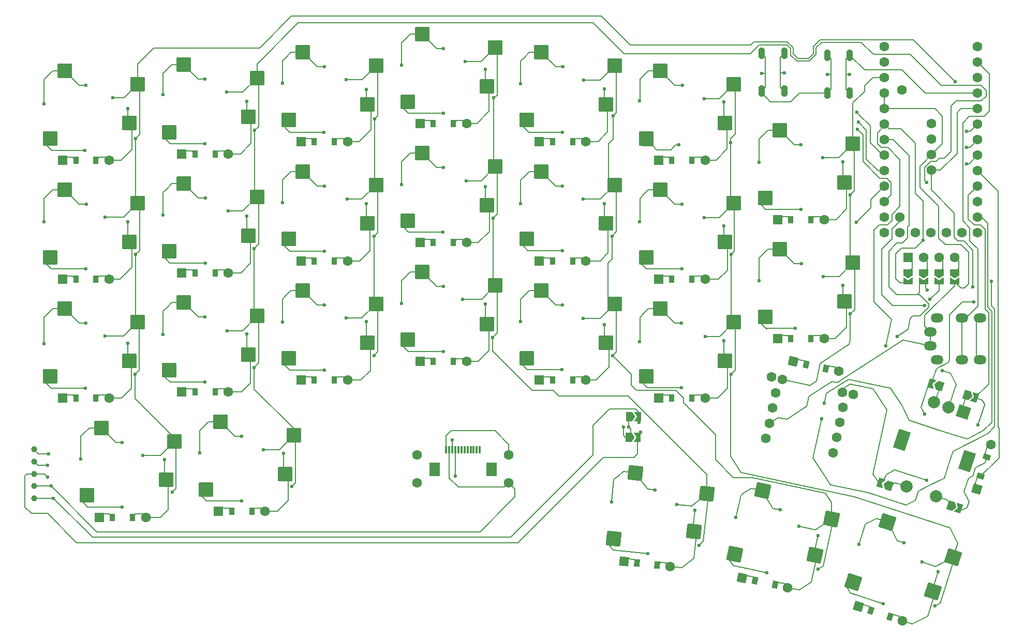
<source format=gbr>
%TF.GenerationSoftware,KiCad,Pcbnew,8.0.3+1*%
%TF.CreationDate,2024-08-06T22:55:28-04:00*%
%TF.ProjectId,iyada_flip,69796164-615f-4666-9c69-702e6b696361,rev?*%
%TF.SameCoordinates,Original*%
%TF.FileFunction,Copper,L2,Bot*%
%TF.FilePolarity,Positive*%
%FSLAX46Y46*%
G04 Gerber Fmt 4.6, Leading zero omitted, Abs format (unit mm)*
G04 Created by KiCad (PCBNEW 8.0.3+1) date 2024-08-06 22:55:28*
%MOMM*%
%LPD*%
G01*
G04 APERTURE LIST*
G04 Aperture macros list*
%AMRoundRect*
0 Rectangle with rounded corners*
0 $1 Rounding radius*
0 $2 $3 $4 $5 $6 $7 $8 $9 X,Y pos of 4 corners*
0 Add a 4 corners polygon primitive as box body*
4,1,4,$2,$3,$4,$5,$6,$7,$8,$9,$2,$3,0*
0 Add four circle primitives for the rounded corners*
1,1,$1+$1,$2,$3*
1,1,$1+$1,$4,$5*
1,1,$1+$1,$6,$7*
1,1,$1+$1,$8,$9*
0 Add four rect primitives between the rounded corners*
20,1,$1+$1,$2,$3,$4,$5,0*
20,1,$1+$1,$4,$5,$6,$7,0*
20,1,$1+$1,$6,$7,$8,$9,0*
20,1,$1+$1,$8,$9,$2,$3,0*%
%AMRotRect*
0 Rectangle, with rotation*
0 The origin of the aperture is its center*
0 $1 length*
0 $2 width*
0 $3 Rotation angle, in degrees counterclockwise*
0 Add horizontal line*
21,1,$1,$2,0,0,$3*%
%AMOutline5P*
0 Free polygon, 5 corners , with rotation*
0 The origin of the aperture is its center*
0 number of corners: always 5*
0 $1 to $10 corner X, Y*
0 $11 Rotation angle, in degrees counterclockwise*
0 create outline with 5 corners*
4,1,5,$1,$2,$3,$4,$5,$6,$7,$8,$9,$10,$1,$2,$11*%
%AMOutline6P*
0 Free polygon, 6 corners , with rotation*
0 The origin of the aperture is its center*
0 number of corners: always 6*
0 $1 to $12 corner X, Y*
0 $13 Rotation angle, in degrees counterclockwise*
0 create outline with 6 corners*
4,1,6,$1,$2,$3,$4,$5,$6,$7,$8,$9,$10,$11,$12,$1,$2,$13*%
%AMOutline7P*
0 Free polygon, 7 corners , with rotation*
0 The origin of the aperture is its center*
0 number of corners: always 7*
0 $1 to $14 corner X, Y*
0 $15 Rotation angle, in degrees counterclockwise*
0 create outline with 7 corners*
4,1,7,$1,$2,$3,$4,$5,$6,$7,$8,$9,$10,$11,$12,$13,$14,$1,$2,$15*%
%AMOutline8P*
0 Free polygon, 8 corners , with rotation*
0 The origin of the aperture is its center*
0 number of corners: always 8*
0 $1 to $16 corner X, Y*
0 $17 Rotation angle, in degrees counterclockwise*
0 create outline with 8 corners*
4,1,8,$1,$2,$3,$4,$5,$6,$7,$8,$9,$10,$11,$12,$13,$14,$15,$16,$1,$2,$17*%
%AMFreePoly0*
4,1,6,1.000000,0.000000,0.500000,-0.750000,-0.500000,-0.750000,-0.500000,0.750000,0.500000,0.750000,1.000000,0.000000,1.000000,0.000000,$1*%
%AMFreePoly1*
4,1,6,0.500000,-0.750000,-0.650000,-0.750000,-0.150000,0.000001,-0.650000,0.750000,0.500000,0.750000,0.500000,-0.750000,0.500000,-0.750000,$1*%
G04 Aperture macros list end*
%TA.AperFunction,SMDPad,CuDef*%
%ADD10RoundRect,0.240000X-0.960000X-0.960000X0.960000X-0.960000X0.960000X0.960000X-0.960000X0.960000X0*%
%TD*%
%TA.AperFunction,SMDPad,CuDef*%
%ADD11RoundRect,0.240000X1.138617X0.739426X-0.739426X1.138617X-1.138617X-0.739426X0.739426X-1.138617X0*%
%TD*%
%TA.AperFunction,ComponentPad*%
%ADD12RotRect,1.500000X1.500000X348.000000*%
%TD*%
%TA.AperFunction,SMDPad,CuDef*%
%ADD13RotRect,0.900000X1.200000X348.000000*%
%TD*%
%TA.AperFunction,ComponentPad*%
%ADD14C,1.600000*%
%TD*%
%TA.AperFunction,SMDPad,CuDef*%
%ADD15RoundRect,0.240000X0.960000X0.960000X-0.960000X0.960000X-0.960000X-0.960000X0.960000X-0.960000X0*%
%TD*%
%TA.AperFunction,ComponentPad*%
%ADD16O,2.100000X1.500000*%
%TD*%
%TA.AperFunction,ComponentPad*%
%ADD17RotRect,1.500000X1.500000X72.000000*%
%TD*%
%TA.AperFunction,SMDPad,CuDef*%
%ADD18RotRect,0.900000X1.200000X72.000000*%
%TD*%
%TA.AperFunction,ComponentPad*%
%ADD19RotRect,2.000000X2.000000X252.000000*%
%TD*%
%TA.AperFunction,ComponentPad*%
%ADD20C,2.000000*%
%TD*%
%TA.AperFunction,ComponentPad*%
%ADD21RotRect,3.200000X2.000000X252.000000*%
%TD*%
%TA.AperFunction,ComponentPad*%
%ADD22R,1.500000X1.500000*%
%TD*%
%TA.AperFunction,SMDPad,CuDef*%
%ADD23R,0.900000X1.200000*%
%TD*%
%TA.AperFunction,SMDPad,CuDef*%
%ADD24RoundRect,0.240000X-1.209671X-0.616358X0.616358X-1.209671X1.209671X0.616358X-0.616358X1.209671X0*%
%TD*%
%TA.AperFunction,ComponentPad*%
%ADD25RotRect,1.500000X1.500000X342.000000*%
%TD*%
%TA.AperFunction,SMDPad,CuDef*%
%ADD26RotRect,0.900000X1.200000X342.000000*%
%TD*%
%TA.AperFunction,SMDPad,CuDef*%
%ADD27RoundRect,0.240000X-1.138617X-0.739426X0.739426X-1.138617X1.138617X0.739426X-0.739426X1.138617X0*%
%TD*%
%TA.AperFunction,ComponentPad*%
%ADD28R,1.600000X1.600000*%
%TD*%
%TA.AperFunction,SMDPad,CuDef*%
%ADD29RoundRect,0.240000X1.209671X0.616358X-0.616358X1.209671X-1.209671X-0.616358X0.616358X-1.209671X0*%
%TD*%
%TA.AperFunction,ComponentPad*%
%ADD30RotRect,1.500000X1.500000X354.000000*%
%TD*%
%TA.AperFunction,SMDPad,CuDef*%
%ADD31RotRect,0.900000X1.200000X354.000000*%
%TD*%
%TA.AperFunction,SMDPad,CuDef*%
%ADD32RoundRect,0.240000X1.055088X0.854394X-0.854394X1.055088X-1.055088X-0.854394X0.854394X-1.055088X0*%
%TD*%
%TA.AperFunction,SMDPad,CuDef*%
%ADD33RoundRect,0.240000X-1.055088X-0.854394X0.854394X-1.055088X1.055088X0.854394X-0.854394X1.055088X0*%
%TD*%
%TA.AperFunction,SMDPad,CuDef*%
%ADD34FreePoly0,342.000000*%
%TD*%
%TA.AperFunction,SMDPad,CuDef*%
%ADD35FreePoly1,342.000000*%
%TD*%
%TA.AperFunction,SMDPad,CuDef*%
%ADD36Outline8P,-0.900000X0.275000X-0.625000X0.550000X0.625000X0.550000X0.900000X0.275000X0.900000X-0.275000X0.625000X-0.550000X-0.625000X-0.550000X-0.900000X-0.275000X270.000000*%
%TD*%
%TA.AperFunction,SMDPad,CuDef*%
%ADD37C,1.000000*%
%TD*%
%TA.AperFunction,SMDPad,CuDef*%
%ADD38FreePoly0,0.000000*%
%TD*%
%TA.AperFunction,SMDPad,CuDef*%
%ADD39FreePoly1,0.000000*%
%TD*%
%TA.AperFunction,SMDPad,CuDef*%
%ADD40FreePoly0,270.000000*%
%TD*%
%TA.AperFunction,SMDPad,CuDef*%
%ADD41FreePoly1,270.000000*%
%TD*%
%TA.AperFunction,SMDPad,CuDef*%
%ADD42FreePoly0,162.000000*%
%TD*%
%TA.AperFunction,SMDPad,CuDef*%
%ADD43FreePoly1,162.000000*%
%TD*%
%TA.AperFunction,SMDPad,CuDef*%
%ADD44R,0.300000X1.300000*%
%TD*%
%TA.AperFunction,SMDPad,CuDef*%
%ADD45R,1.800000X2.200000*%
%TD*%
%TA.AperFunction,ViaPad*%
%ADD46C,0.600000*%
%TD*%
%TA.AperFunction,Conductor*%
%ADD47C,0.180000*%
%TD*%
G04 APERTURE END LIST*
D10*
%TO.P,REF\u002A\u002A,1*%
%TO.N,ind-bot*%
X156882006Y-91155010D03*
%TO.P,REF\u002A\u002A,2*%
%TO.N,P5*%
X168882003Y-93355001D03*
%TD*%
D11*
%TO.P,REF\u002A\u002A,1*%
%TO.N,ind-clu*%
X201703622Y-134529191D03*
%TO.P,REF\u002A\u002A,2*%
%TO.N,P5*%
X188531012Y-134326012D03*
%TD*%
D12*
%TO.P,D14,1*%
%TO.N,P18*%
X189776353Y-138240464D03*
D13*
X191889155Y-138689554D03*
%TO.P,D14,2*%
%TO.N,ind-clu*%
X195117039Y-139375662D03*
D14*
X197229841Y-139824752D03*
%TD*%
D15*
%TO.P,REF\u002A\u002A,1*%
%TO.N,mid-mid*%
X147967007Y-77195010D03*
%TO.P,REF\u002A\u002A,2*%
%TO.N,P6*%
X135040009Y-79735008D03*
%TD*%
D16*
%TO.P,,2*%
%TO.N,RX0*%
X221682842Y-95618033D03*
%TD*%
%TO.P,,4*%
%TO.N,TX*%
X228682848Y-95618031D03*
%TD*%
D15*
%TO.P,REF\u002A\u002A,1*%
%TO.N,fpi-mid*%
X89467005Y-83195009D03*
%TO.P,REF\u002A\u002A,2*%
%TO.N,P9*%
X76540007Y-85735007D03*
%TD*%
D10*
%TO.P,REF\u002A\u002A,1*%
%TO.N,rin-top*%
X117882011Y-52155017D03*
%TO.P,REF\u002A\u002A,2*%
%TO.N,P7*%
X129882008Y-54355008D03*
%TD*%
D15*
%TO.P,REF\u002A\u002A,1*%
%TO.N,tri-mid*%
X206467005Y-92945010D03*
%TO.P,REF\u002A\u002A,2*%
%TO.N,RX*%
X193540007Y-95485008D03*
%TD*%
D17*
%TO.P,D14,1*%
%TO.N,P18*%
X228140803Y-123641360D03*
D18*
X228808278Y-121587078D03*
%TO.P,D14,2*%
%TO.N,tri-clu*%
X229828034Y-118448592D03*
D14*
X230495509Y-116394310D03*
%TD*%
D15*
%TO.P,REF\u002A\u002A,1*%
%TO.N,fpi-top*%
X89467006Y-63695001D03*
%TO.P,REF\u002A\u002A,2*%
%TO.N,P9*%
X76540008Y-66234999D03*
%TD*%
D10*
%TO.P,REF\u002A\u002A,1*%
%TO.N,fin-top*%
X176382012Y-55155013D03*
%TO.P,REF\u002A\u002A,2*%
%TO.N,P4*%
X188382009Y-57355004D03*
%TD*%
%TO.P,REF\u002A\u002A,1*%
%TO.N,rin-mid*%
X117882006Y-71655008D03*
%TO.P,REF\u002A\u002A,2*%
%TO.N,P7*%
X129882003Y-73854999D03*
%TD*%
D19*
%TO.P,REF\u002A\u002A,A*%
%TO.N,E3*%
X225939028Y-111043394D03*
D20*
%TO.P,REF\u002A\u002A,B*%
%TO.N,E5*%
X221183734Y-109498305D03*
%TO.P,REF\u002A\u002A,C*%
%TO.N,GND*%
X223561389Y-110270852D03*
D21*
%TO.P,REF\u002A\u002A,MP*%
%TO.N,N/C*%
X215917843Y-115673273D03*
X226569674Y-119134271D03*
D20*
%TO.P,REF\u002A\u002A,S1*%
%TO.N,E2*%
X216702996Y-123288629D03*
%TO.P,REF\u002A\u002A,S2*%
%TO.N,E1*%
X221458296Y-124833714D03*
%TD*%
D22*
%TO.P,D14,1*%
%TO.N,P21*%
X78572010Y-69805017D03*
D23*
X80732005Y-69805019D03*
%TO.P,D14,2*%
%TO.N,fpi-top*%
X84032013Y-69805021D03*
D14*
X86192008Y-69805023D03*
%TD*%
D15*
%TO.P,REF\u002A\u002A,1*%
%TO.N,fpi-bot*%
X89466998Y-102695012D03*
%TO.P,REF\u002A\u002A,2*%
%TO.N,P9*%
X76540000Y-105235010D03*
%TD*%
D10*
%TO.P,REF\u002A\u002A,1*%
%TO.N,fpi-top*%
X78882011Y-55155007D03*
%TO.P,REF\u002A\u002A,2*%
%TO.N,P9*%
X90882008Y-57354998D03*
%TD*%
D16*
%TO.P,,1*%
%TO.N,GND*%
X220582850Y-100218031D03*
%TD*%
D10*
%TO.P,REF\u002A\u002A,1*%
%TO.N,fpi-bot*%
X78882003Y-94155018D03*
%TO.P,REF\u002A\u002A,2*%
%TO.N,P9*%
X90882000Y-96355009D03*
%TD*%
D22*
%TO.P,D14,1*%
%TO.N,P20*%
X117572006Y-86305001D03*
D23*
X119732001Y-86305003D03*
%TO.P,D14,2*%
%TO.N,rin-mid*%
X123032009Y-86305005D03*
D14*
X125192004Y-86305007D03*
%TD*%
D22*
%TO.P,D14,1*%
%TO.N,P18*%
X84572007Y-128304999D03*
D23*
X86732002Y-128305001D03*
%TO.P,D14,2*%
%TO.N,fpi-clu*%
X90032010Y-128305003D03*
D14*
X92192005Y-128305005D03*
%TD*%
D24*
%TO.P,REF\u002A\u002A,1*%
%TO.N,fin-clu*%
X213569049Y-129081310D03*
%TO.P,REF\u002A\u002A,2*%
%TO.N,P4*%
X224301890Y-134881839D03*
%TD*%
D25*
%TO.P,D14,1*%
%TO.N,P18*%
X208747130Y-142918491D03*
D26*
X210801408Y-143585963D03*
%TO.P,D14,2*%
%TO.N,fin-clu*%
X213939894Y-144605719D03*
D14*
X215994172Y-145273191D03*
%TD*%
D12*
%TO.P,D14,1*%
%TO.N,P19*%
X198145215Y-102804812D03*
D13*
X200258017Y-103253902D03*
%TO.P,D14,2*%
%TO.N,tri-bot*%
X203485901Y-103940010D03*
D14*
X205598703Y-104389100D03*
%TD*%
D27*
%TO.P,REF\u002A\u002A,1*%
%TO.N,ind-clu*%
X193125486Y-123975059D03*
%TO.P,REF\u002A\u002A,2*%
%TO.N,P5*%
X204405861Y-128621931D03*
%TD*%
D14*
%TO.P,,3*%
%TO.N,DFU*%
X215921014Y-58285999D03*
%TD*%
%TO.P,,12*%
%TO.N,P30*%
X228284507Y-51213002D03*
%TD*%
%TO.P,,12*%
%TO.N,P26*%
X225744510Y-81692999D03*
%TD*%
%TO.P,REF\u002A\u002A,1*%
%TO.N,TX*%
X213043506Y-53753017D03*
%TO.P,REF\u002A\u002A,2*%
%TO.N,RX*%
X213043504Y-56293014D03*
%TO.P,REF\u002A\u002A,3*%
%TO.N,GND*%
X213043506Y-58833017D03*
%TO.P,REF\u002A\u002A,4*%
X213043505Y-61373017D03*
%TO.P,REF\u002A\u002A,5*%
%TO.N,SDA*%
X213043505Y-63913019D03*
%TO.P,REF\u002A\u002A,6*%
%TO.N,SCL*%
X213043500Y-66453007D03*
%TO.P,REF\u002A\u002A,7*%
%TO.N,P4*%
X213043500Y-68993021D03*
%TO.P,REF\u002A\u002A,8*%
%TO.N,P5*%
X213043504Y-71533005D03*
%TO.P,REF\u002A\u002A,9*%
%TO.N,P6*%
X213043512Y-74073017D03*
%TO.P,REF\u002A\u002A,10*%
%TO.N,P7*%
X213043506Y-76613020D03*
%TO.P,REF\u002A\u002A,11*%
%TO.N,P8*%
X213043504Y-79153016D03*
%TO.P,REF\u002A\u002A,12*%
%TO.N,P9*%
X213043506Y-81693017D03*
%TO.P,REF\u002A\u002A,13*%
%TO.N,P10*%
X228283506Y-81693017D03*
%TO.P,REF\u002A\u002A,14*%
%TO.N,P16*%
X228283508Y-79153020D03*
%TO.P,REF\u002A\u002A,15*%
%TO.N,P14*%
X228283506Y-76613017D03*
%TO.P,REF\u002A\u002A,16*%
%TO.N,P15*%
X228283507Y-74073017D03*
%TO.P,REF\u002A\u002A,17*%
%TO.N,P18*%
X228283507Y-71533015D03*
%TO.P,REF\u002A\u002A,18*%
%TO.N,P19*%
X228283512Y-68993027D03*
%TO.P,REF\u002A\u002A,19*%
%TO.N,P20*%
X228283512Y-66453013D03*
%TO.P,REF\u002A\u002A,20*%
%TO.N,P21*%
X228283508Y-63913029D03*
%TO.P,REF\u002A\u002A,21*%
%TO.N,3V*%
X228283500Y-61373017D03*
%TO.P,REF\u002A\u002A,22*%
%TO.N,RST*%
X228283506Y-58833014D03*
%TO.P,REF\u002A\u002A,23*%
%TO.N,GND*%
X228283508Y-56293018D03*
%TO.P,REF\u002A\u002A,24*%
%TO.N,5V*%
X228283506Y-53753017D03*
%TD*%
D10*
%TO.P,REF\u002A\u002A,1*%
%TO.N,fin-bot*%
X176382007Y-94155010D03*
%TO.P,REF\u002A\u002A,2*%
%TO.N,P4*%
X188382004Y-96355001D03*
%TD*%
%TO.P,REF\u002A\u002A,1*%
%TO.N,tri-mid*%
X195882010Y-84405016D03*
%TO.P,REF\u002A\u002A,2*%
%TO.N,RX*%
X207882007Y-86605007D03*
%TD*%
%TO.P,REF\u002A\u002A,1*%
%TO.N,pin-clu*%
X104382012Y-112655009D03*
%TO.P,REF\u002A\u002A,2*%
%TO.N,P8*%
X116382009Y-114855000D03*
%TD*%
%TO.P,REF\u002A\u002A,1*%
%TO.N,mid-mid*%
X137382012Y-68655016D03*
%TO.P,REF\u002A\u002A,2*%
%TO.N,P6*%
X149382009Y-70855007D03*
%TD*%
D28*
%TO.P,,1*%
%TO.N,OLEDA*%
X216896508Y-85762001D03*
%TD*%
D15*
%TO.P,REF\u002A\u002A,1*%
%TO.N,pin-clu*%
X114967007Y-121195003D03*
%TO.P,REF\u002A\u002A,2*%
%TO.N,P8*%
X102040009Y-123735001D03*
%TD*%
D14*
%TO.P,,11*%
%TO.N,P25*%
X223204508Y-81692999D03*
%TD*%
D22*
%TO.P,D14,1*%
%TO.N,P21*%
X176072011Y-69805001D03*
D23*
X178232006Y-69805003D03*
%TO.P,D14,2*%
%TO.N,fin-top*%
X181532014Y-69805005D03*
D14*
X183692009Y-69805007D03*
%TD*%
D15*
%TO.P,REF\u002A\u002A,1*%
%TO.N,fin-mid*%
X186966998Y-83195002D03*
%TO.P,REF\u002A\u002A,2*%
%TO.N,P4*%
X174040000Y-85735000D03*
%TD*%
D14*
%TO.P,,4*%
%TO.N,OLEDD*%
X224516501Y-85762007D03*
%TD*%
D15*
%TO.P,REF\u002A\u002A,1*%
%TO.N,rin-bot*%
X128467000Y-99695012D03*
%TO.P,REF\u002A\u002A,2*%
%TO.N,P7*%
X115540002Y-102235010D03*
%TD*%
%TO.P,REF\u002A\u002A,1*%
%TO.N,tri-top*%
X206467010Y-73445000D03*
%TO.P,REF\u002A\u002A,2*%
%TO.N,RX*%
X193540012Y-75984998D03*
%TD*%
D10*
%TO.P,REF\u002A\u002A,1*%
%TO.N,mid-top*%
X137382010Y-49155025D03*
%TO.P,REF\u002A\u002A,2*%
%TO.N,P6*%
X149382007Y-51355016D03*
%TD*%
D22*
%TO.P,D14,1*%
%TO.N,P20*%
X78572006Y-89305007D03*
D23*
X80732001Y-89305009D03*
%TO.P,D14,2*%
%TO.N,fpi-mid*%
X84032009Y-89305011D03*
D14*
X86192004Y-89305013D03*
%TD*%
D16*
%TO.P,,4*%
%TO.N,TX*%
X228682851Y-102518032D03*
%TD*%
D22*
%TO.P,D14,1*%
%TO.N,P19*%
X156571998Y-105805002D03*
D23*
X158731993Y-105805004D03*
%TO.P,D14,2*%
%TO.N,ind-bot*%
X162032001Y-105805006D03*
D14*
X164191996Y-105805008D03*
%TD*%
D15*
%TO.P,REF\u002A\u002A,1*%
%TO.N,rin-mid*%
X128467001Y-80195002D03*
%TO.P,REF\u002A\u002A,2*%
%TO.N,P7*%
X115540003Y-82735000D03*
%TD*%
%TO.P,REF\u002A\u002A,1*%
%TO.N,pin-bot*%
X108967009Y-101695004D03*
%TO.P,REF\u002A\u002A,2*%
%TO.N,P8*%
X96040011Y-104235002D03*
%TD*%
%TO.P,REF\u002A\u002A,1*%
%TO.N,ind-bot*%
X167467001Y-99695004D03*
%TO.P,REF\u002A\u002A,2*%
%TO.N,P5*%
X154540003Y-102235002D03*
%TD*%
D10*
%TO.P,REF\u002A\u002A,1*%
%TO.N,fpi-mid*%
X78882010Y-74655015D03*
%TO.P,REF\u002A\u002A,2*%
%TO.N,P9*%
X90882007Y-76855006D03*
%TD*%
D14*
%TO.P,,12*%
%TO.N,RX0*%
X215584520Y-79153000D03*
%TD*%
D10*
%TO.P,REF\u002A\u002A,1*%
%TO.N,fpi-clu*%
X84882018Y-113655010D03*
%TO.P,REF\u002A\u002A,2*%
%TO.N,P9*%
X96882015Y-115855001D03*
%TD*%
%TO.P,REF\u002A\u002A,1*%
%TO.N,fin-mid*%
X176382003Y-74655008D03*
%TO.P,REF\u002A\u002A,2*%
%TO.N,P4*%
X188382000Y-76854999D03*
%TD*%
D22*
%TO.P,D14,1*%
%TO.N,P21*%
X156572012Y-66805001D03*
D23*
X158732007Y-66805003D03*
%TO.P,D14,2*%
%TO.N,ind-top*%
X162032015Y-66805005D03*
D14*
X164192010Y-66805007D03*
%TD*%
D15*
%TO.P,REF\u002A\u002A,1*%
%TO.N,fin-bot*%
X186967002Y-102695004D03*
%TO.P,REF\u002A\u002A,2*%
%TO.N,P4*%
X174040004Y-105235002D03*
%TD*%
D22*
%TO.P,D14,1*%
%TO.N,P21*%
X137072005Y-63804999D03*
D23*
X139232000Y-63805001D03*
%TO.P,D14,2*%
%TO.N,mid-top*%
X142532008Y-63805003D03*
D14*
X144692003Y-63805005D03*
%TD*%
D15*
%TO.P,REF\u002A\u002A,1*%
%TO.N,mid-top*%
X147967005Y-57695019D03*
%TO.P,REF\u002A\u002A,2*%
%TO.N,P6*%
X135040007Y-60235017D03*
%TD*%
%TO.P,REF\u002A\u002A,1*%
%TO.N,pin-mid*%
X108967008Y-82195000D03*
%TO.P,REF\u002A\u002A,2*%
%TO.N,P8*%
X96040010Y-84734998D03*
%TD*%
D14*
%TO.P,REF\u002A\u002A,A*%
%TO.N,P16*%
X195259349Y-107939792D03*
%TO.P,REF\u002A\u002A,B*%
%TO.N,P10*%
X194731256Y-110424280D03*
%TO.P,REF\u002A\u002A,C*%
%TO.N,GND*%
X194203161Y-112908781D03*
%TO.P,REF\u002A\u002A,D*%
%TO.N,N/C*%
X193675064Y-115393276D03*
%TO.P,REF\u002A\u002A,S1*%
%TO.N,tri-bot*%
X194558028Y-105347325D03*
%TO.P,REF\u002A\u002A,S2*%
%TO.N,RX*%
X196367601Y-105731964D03*
%TD*%
D15*
%TO.P,REF\u002A\u002A,1*%
%TO.N,ind-top*%
X167467011Y-60694999D03*
%TO.P,REF\u002A\u002A,2*%
%TO.N,P5*%
X154540013Y-63234997D03*
%TD*%
%TO.P,REF\u002A\u002A,1*%
%TO.N,mid-bot*%
X147967002Y-96695012D03*
%TO.P,REF\u002A\u002A,2*%
%TO.N,P6*%
X135040004Y-99235010D03*
%TD*%
D16*
%TO.P,,3*%
%TO.N,5V*%
X225682846Y-95618030D03*
%TD*%
%TO.P,,3*%
%TO.N,5V*%
X225682850Y-102518032D03*
%TD*%
D22*
%TO.P,D14,1*%
%TO.N,P19*%
X117572008Y-105805002D03*
D23*
X119732003Y-105805004D03*
%TO.P,D14,2*%
%TO.N,rin-bot*%
X123032011Y-105805006D03*
D14*
X125192006Y-105805008D03*
%TD*%
D22*
%TO.P,D14,1*%
%TO.N,P19*%
X78572006Y-108805003D03*
D23*
X80732001Y-108805005D03*
%TO.P,D14,2*%
%TO.N,fpi-bot*%
X84032009Y-108805007D03*
D14*
X86192004Y-108805009D03*
%TD*%
%TO.P,,2*%
%TO.N,OLEDB*%
X219436512Y-85762004D03*
%TD*%
%TO.P,,8*%
%TO.N,SDA*%
X220711002Y-63856001D03*
%TD*%
%TO.P,,7*%
%TO.N,SCL*%
X220711004Y-66396011D03*
%TD*%
D22*
%TO.P,D14,1*%
%TO.N,P20*%
X156572002Y-86305001D03*
D23*
X158731997Y-86305003D03*
%TO.P,D14,2*%
%TO.N,ind-mid*%
X162032005Y-86305005D03*
D14*
X164192000Y-86305007D03*
%TD*%
D29*
%TO.P,REF\u002A\u002A,1*%
%TO.N,fin-clu*%
X220996977Y-140474278D03*
%TO.P,REF\u002A\u002A,2*%
%TO.N,P4*%
X207917767Y-138895299D03*
%TD*%
D15*
%TO.P,REF\u002A\u002A,1*%
%TO.N,pin-top*%
X108967003Y-62695011D03*
%TO.P,REF\u002A\u002A,2*%
%TO.N,P8*%
X96040005Y-65235009D03*
%TD*%
D22*
%TO.P,D14,1*%
%TO.N,P19*%
X98072004Y-107804998D03*
D23*
X100231999Y-107805000D03*
%TO.P,D14,2*%
%TO.N,pin-bot*%
X103532007Y-107805002D03*
D14*
X105692002Y-107805004D03*
%TD*%
D22*
%TO.P,D14,1*%
%TO.N,P18*%
X104072009Y-127304999D03*
D23*
X106232004Y-127305001D03*
%TO.P,D14,2*%
%TO.N,pin-clu*%
X109532012Y-127305003D03*
D14*
X111692007Y-127305005D03*
%TD*%
D15*
%TO.P,REF\u002A\u002A,1*%
%TO.N,fpi-clu*%
X95467013Y-122195004D03*
%TO.P,REF\u002A\u002A,2*%
%TO.N,P9*%
X82540015Y-124735002D03*
%TD*%
D14*
%TO.P,,8*%
%TO.N,P22*%
X215584512Y-81693007D03*
%TD*%
D10*
%TO.P,REF\u002A\u002A,1*%
%TO.N,pin-mid*%
X98382013Y-73655006D03*
%TO.P,REF\u002A\u002A,2*%
%TO.N,P8*%
X110382010Y-75854997D03*
%TD*%
%TO.P,REF\u002A\u002A,1*%
%TO.N,ind-mid*%
X156882008Y-71655016D03*
%TO.P,REF\u002A\u002A,2*%
%TO.N,P5*%
X168882005Y-73855007D03*
%TD*%
%TO.P,REF\u002A\u002A,1*%
%TO.N,rin-bot*%
X117882005Y-91155018D03*
%TO.P,REF\u002A\u002A,2*%
%TO.N,P7*%
X129882002Y-93355009D03*
%TD*%
D30*
%TO.P,D14,1*%
%TO.N,P18*%
X170420532Y-135571061D03*
D31*
X172568701Y-135796843D03*
%TO.P,D14,2*%
%TO.N,mid-clu*%
X175850623Y-136141787D03*
D14*
X177998792Y-136367569D03*
%TD*%
D16*
%TO.P,,2*%
%TO.N,RX0*%
X221682842Y-102518031D03*
%TD*%
%TO.P,,1*%
%TO.N,GND*%
X220582856Y-97918025D03*
%TD*%
D22*
%TO.P,D14,1*%
%TO.N,P20*%
X195572014Y-99055009D03*
D23*
X197732009Y-99055011D03*
%TO.P,D14,2*%
%TO.N,tri-mid*%
X201032017Y-99055013D03*
D14*
X203192012Y-99055015D03*
%TD*%
D22*
%TO.P,D14,1*%
%TO.N,P20*%
X137072017Y-83305004D03*
D23*
X139232012Y-83305006D03*
%TO.P,D14,2*%
%TO.N,mid-mid*%
X142532020Y-83305008D03*
D14*
X144692015Y-83305010D03*
%TD*%
%TO.P,,5*%
%TO.N,GND*%
X151588011Y-122643005D03*
%TD*%
D10*
%TO.P,REF\u002A\u002A,1*%
%TO.N,pin-bot*%
X98382014Y-93155010D03*
%TO.P,REF\u002A\u002A,2*%
%TO.N,P8*%
X110382011Y-95355001D03*
%TD*%
D15*
%TO.P,REF\u002A\u002A,1*%
%TO.N,rin-top*%
X128467006Y-60695011D03*
%TO.P,REF\u002A\u002A,2*%
%TO.N,P7*%
X115540008Y-63235009D03*
%TD*%
D14*
%TO.P,,3*%
%TO.N,GND*%
X220711010Y-68935997D03*
%TD*%
%TO.P,,4*%
%TO.N,3V*%
X220711007Y-71476005D03*
%TD*%
%TO.P,,3*%
%TO.N,OLEDC*%
X221976507Y-85761994D03*
%TD*%
D22*
%TO.P,D14,1*%
%TO.N,P19*%
X137072009Y-102804996D03*
D23*
X139232004Y-102804998D03*
%TO.P,D14,2*%
%TO.N,mid-bot*%
X142532012Y-102805000D03*
D14*
X144692007Y-102805002D03*
%TD*%
D15*
%TO.P,REF\u002A\u002A,1*%
%TO.N,fin-top*%
X186967007Y-63695007D03*
%TO.P,REF\u002A\u002A,2*%
%TO.N,P4*%
X174040009Y-66235005D03*
%TD*%
D14*
%TO.P,,1*%
%TO.N,SCL*%
X136588001Y-122643000D03*
%TD*%
D32*
%TO.P,REF\u002A\u002A,1*%
%TO.N,mid-clu*%
X181894518Y-130633361D03*
%TO.P,REF\u002A\u002A,2*%
%TO.N,P6*%
X168772830Y-131808213D03*
%TD*%
D14*
%TO.P,,9*%
%TO.N,P23*%
X218124506Y-81693004D03*
%TD*%
D10*
%TO.P,REF\u002A\u002A,1*%
%TO.N,ind-top*%
X156882016Y-52155005D03*
%TO.P,REF\u002A\u002A,2*%
%TO.N,P5*%
X168882013Y-54354996D03*
%TD*%
D14*
%TO.P,,12*%
%TO.N,P29*%
X213044503Y-51213009D03*
%TD*%
D22*
%TO.P,D14,1*%
%TO.N,P20*%
X98072004Y-88305001D03*
D23*
X100231999Y-88305003D03*
%TO.P,D14,2*%
%TO.N,pin-mid*%
X103532007Y-88305005D03*
D14*
X105692002Y-88305007D03*
%TD*%
D10*
%TO.P,REF\u002A\u002A,1*%
%TO.N,pin-top*%
X98382008Y-54155017D03*
%TO.P,REF\u002A\u002A,2*%
%TO.N,P8*%
X110382005Y-56355008D03*
%TD*%
D22*
%TO.P,D14,1*%
%TO.N,P20*%
X176072008Y-89305000D03*
D23*
X178232003Y-89305002D03*
%TO.P,D14,2*%
%TO.N,fin-mid*%
X181532011Y-89305004D03*
D14*
X183692006Y-89305006D03*
%TD*%
%TO.P,,4*%
%TO.N,3VCi*%
X151588013Y-118103007D03*
%TD*%
%TO.P,,2*%
%TO.N,SDA*%
X136588002Y-118103009D03*
%TD*%
D22*
%TO.P,D14,1*%
%TO.N,P19*%
X176072010Y-108804996D03*
D23*
X178232005Y-108804998D03*
%TO.P,D14,2*%
%TO.N,fin-bot*%
X181532013Y-108805000D03*
D14*
X183692008Y-108805002D03*
%TD*%
D22*
%TO.P,D14,1*%
%TO.N,P21*%
X195572010Y-79555009D03*
D23*
X197732005Y-79555011D03*
%TO.P,D14,2*%
%TO.N,tri-top*%
X201032013Y-79555013D03*
D14*
X203192008Y-79555015D03*
%TD*%
D10*
%TO.P,REF\u002A\u002A,1*%
%TO.N,tri-top*%
X195882015Y-64905006D03*
%TO.P,REF\u002A\u002A,2*%
%TO.N,RX*%
X207882012Y-67104997D03*
%TD*%
D22*
%TO.P,D14,1*%
%TO.N,P21*%
X117572000Y-66805006D03*
D23*
X119731995Y-66805008D03*
%TO.P,D14,2*%
%TO.N,rin-top*%
X123032003Y-66805010D03*
D14*
X125191998Y-66805012D03*
%TD*%
D15*
%TO.P,REF\u002A\u002A,1*%
%TO.N,ind-mid*%
X167467003Y-80195010D03*
%TO.P,REF\u002A\u002A,2*%
%TO.N,P5*%
X154540005Y-82735008D03*
%TD*%
D22*
%TO.P,D14,1*%
%TO.N,P21*%
X98072007Y-68804995D03*
D23*
X100232002Y-68804997D03*
%TO.P,D14,2*%
%TO.N,pin-top*%
X103532010Y-68804999D03*
D14*
X105692005Y-68805001D03*
%TD*%
%TO.P,,10*%
%TO.N,P24*%
X220664509Y-81693011D03*
%TD*%
D33*
%TO.P,REF\u002A\u002A,1*%
%TO.N,mid-clu*%
X172260177Y-121033720D03*
%TO.P,REF\u002A\u002A,2*%
%TO.N,P6*%
X183964479Y-124476007D03*
%TD*%
D10*
%TO.P,REF\u002A\u002A,1*%
%TO.N,mid-bot*%
X137382007Y-88155018D03*
%TO.P,REF\u002A\u002A,2*%
%TO.N,P6*%
X149382004Y-90355009D03*
%TD*%
D34*
%TO.P,REF\u002A\u002A,1*%
%TO.N,E1*%
X223865703Y-126404526D03*
D35*
%TO.P,REF\u002A\u002A,2*%
%TO.N,tri-clu*%
X225244735Y-126852600D03*
%TD*%
D36*
%TO.P,B1,1*%
%TO.N,GND*%
X192941003Y-52311007D03*
X192941009Y-58511009D03*
%TO.P,B1,2*%
%TO.N,DFU*%
X196641015Y-52311003D03*
X196641021Y-58511005D03*
%TD*%
D37*
%TO.P,REF\u002A\u002A,1*%
%TO.N,P30*%
X73886004Y-117191007D03*
%TD*%
%TO.P,REF\u002A\u002A,1*%
%TO.N,3V*%
X73886011Y-121191003D03*
%TD*%
D38*
%TO.P,REF\u002A\u002A,1*%
%TO.N,3VCi*%
X171185003Y-115174008D03*
D39*
%TO.P,REF\u002A\u002A,2*%
%TO.N,3V*%
X172635003Y-115174008D03*
%TD*%
D40*
%TO.P,REF\u002A\u002A,1*%
%TO.N,OLEDD*%
X224504504Y-88223010D03*
D41*
%TO.P,REF\u002A\u002A,2*%
%TO.N,GND*%
X224504504Y-89673010D03*
%TD*%
D42*
%TO.P,REF\u002A\u002A,1*%
%TO.N,E5*%
X222142194Y-106869445D03*
D43*
%TO.P,REF\u002A\u002A,2*%
%TO.N,P14*%
X220763162Y-106421371D03*
%TD*%
D38*
%TO.P,REF\u002A\u002A,1*%
%TO.N,3VCi*%
X171245005Y-111863999D03*
D39*
%TO.P,REF\u002A\u002A,2*%
%TO.N,5V*%
X172695005Y-111863999D03*
%TD*%
D34*
%TO.P,REF\u002A\u002A,1*%
%TO.N,E3*%
X226488163Y-108276364D03*
D35*
%TO.P,REF\u002A\u002A,2*%
%TO.N,P15*%
X227867195Y-108724438D03*
%TD*%
D36*
%TO.P,B1,1*%
%TO.N,GND*%
X203681003Y-52625999D03*
X203681009Y-58826001D03*
%TO.P,B1,2*%
%TO.N,RST*%
X207381015Y-52625995D03*
X207381021Y-58825997D03*
%TD*%
D37*
%TO.P,REF\u002A\u002A,1*%
%TO.N,P29*%
X73885999Y-119190999D03*
%TD*%
D44*
%TO.P,REF\u002A\u002A,1*%
%TO.N,SCK*%
X146838015Y-117253010D03*
%TO.P,REF\u002A\u002A,2*%
%TO.N,MISO*%
X146338000Y-117253009D03*
%TO.P,REF\u002A\u002A,3*%
%TO.N,SS*%
X145838000Y-117253008D03*
%TO.P,REF\u002A\u002A,4*%
%TO.N,DR*%
X145338001Y-117253008D03*
%TO.P,REF\u002A\u002A,5*%
%TO.N,MOSI*%
X144838001Y-117253008D03*
%TO.P,REF\u002A\u002A,6*%
%TO.N,BTN2*%
X144337998Y-117253005D03*
%TO.P,REF\u002A\u002A,7*%
%TO.N,BTN3*%
X143838000Y-117253008D03*
%TO.P,REF\u002A\u002A,8*%
%TO.N,BTN1*%
X143337996Y-117253013D03*
%TO.P,REF\u002A\u002A,9*%
%TO.N,SCL*%
X142837998Y-117253009D03*
%TO.P,REF\u002A\u002A,10*%
%TO.N,SDA*%
X142338001Y-117253008D03*
%TO.P,REF\u002A\u002A,11*%
%TO.N,GND*%
X141838002Y-117253004D03*
%TO.P,REF\u002A\u002A,12*%
%TO.N,3VCi*%
X141338001Y-117253008D03*
D45*
%TO.P,REF\u002A\u002A,MP*%
%TO.N,N/C*%
X148738001Y-120503008D03*
X139438001Y-120503008D03*
%TD*%
D37*
%TO.P,REF\u002A\u002A,1*%
%TO.N,5V*%
X73886007Y-125191002D03*
%TD*%
D40*
%TO.P,REF\u002A\u002A,1*%
%TO.N,OLEDC*%
X221964510Y-88222999D03*
D41*
%TO.P,REF\u002A\u002A,2*%
%TO.N,3V*%
X221964510Y-89672999D03*
%TD*%
D37*
%TO.P,REF\u002A\u002A,1*%
%TO.N,GND*%
X73886006Y-123191009D03*
%TD*%
D42*
%TO.P,REF\u002A\u002A,1*%
%TO.N,E2*%
X213832063Y-123144391D03*
D43*
%TO.P,REF\u002A\u002A,2*%
%TO.N,RX*%
X212453031Y-122696317D03*
%TD*%
D40*
%TO.P,REF\u002A\u002A,1*%
%TO.N,OLEDB*%
X219424506Y-88223009D03*
D41*
%TO.P,REF\u002A\u002A,2*%
%TO.N,SCL*%
X219424506Y-89673009D03*
%TD*%
D14*
%TO.P,REF\u002A\u002A,A*%
%TO.N,P16*%
X206251285Y-110276192D03*
%TO.P,REF\u002A\u002A,B*%
%TO.N,P10*%
X205723188Y-112760687D03*
%TO.P,REF\u002A\u002A,C*%
%TO.N,GND*%
X205195093Y-115245188D03*
%TO.P,REF\u002A\u002A,D*%
%TO.N,N/C*%
X204667000Y-117729676D03*
%TO.P,REF\u002A\u002A,S1*%
%TO.N,tri-bot*%
X207946430Y-108193114D03*
%TO.P,REF\u002A\u002A,S2*%
%TO.N,RX*%
X206136851Y-107808474D03*
%TD*%
D40*
%TO.P,REF\u002A\u002A,1*%
%TO.N,OLEDA*%
X216884510Y-88223010D03*
D41*
%TO.P,REF\u002A\u002A,2*%
%TO.N,SDA*%
X216884510Y-89673010D03*
%TD*%
D46*
%TO.N,GND*%
X76709141Y-123191002D03*
X203681008Y-55747301D03*
X192941007Y-55642302D03*
X222498349Y-104289739D03*
%TO.N,5V*%
X77054139Y-125191000D03*
X172877765Y-112727301D03*
%TO.N,3V*%
X76132000Y-121738869D03*
X227537765Y-90587301D03*
X220463777Y-92639549D03*
X173172765Y-114347301D03*
%TO.N,RST*%
X207381003Y-55782302D03*
%TO.N,RX*%
X202906012Y-69446014D03*
X199395090Y-77857478D03*
X203031008Y-88841010D03*
X219946596Y-122239891D03*
X207444161Y-75523959D03*
X207449163Y-95018957D03*
X198467765Y-97352302D03*
%TO.N,SDA*%
X219378775Y-82979548D03*
X213274329Y-100222928D03*
X142335950Y-115611903D03*
%TO.N,SCL*%
X220073779Y-91044550D03*
X142835953Y-121526904D03*
X215129505Y-98669651D03*
%TO.N,P4*%
X219230922Y-135654232D03*
X187944172Y-85273958D03*
X179825083Y-107112480D03*
X179910086Y-87652477D03*
X183546003Y-79246009D03*
X212825339Y-142469858D03*
X187869161Y-66912302D03*
X208502765Y-61962301D03*
X187994167Y-104853947D03*
X183531007Y-59726007D03*
X221311056Y-142789192D03*
X179372765Y-67292301D03*
X183701007Y-98681011D03*
%TO.N,P5*%
X168539160Y-101828958D03*
X160345089Y-84617480D03*
X193787677Y-137395068D03*
X163781005Y-76181007D03*
X168632190Y-62559446D03*
X199044566Y-129790375D03*
X202170901Y-136837332D03*
X163851011Y-56721008D03*
X160380086Y-65287473D03*
X208747765Y-63567302D03*
X163731009Y-95705997D03*
X168454170Y-82243948D03*
X160300089Y-104107474D03*
%TO.N,P6*%
X174315096Y-134301995D03*
X148974165Y-79273953D03*
X208472765Y-79982301D03*
X140900090Y-62137474D03*
X148919166Y-98843967D03*
X149137193Y-59614447D03*
X144606009Y-73181005D03*
X179080929Y-126229467D03*
X140910091Y-101122478D03*
X144406003Y-53681011D03*
X182679161Y-132874924D03*
X144051005Y-92576004D03*
X140825083Y-81607473D03*
%TO.N,P7*%
X121380091Y-84712482D03*
X129509169Y-101808951D03*
X121390091Y-104187480D03*
X124991012Y-95691007D03*
X208617765Y-64767301D03*
X121350091Y-65227471D03*
X129624166Y-63098951D03*
X124991016Y-56651008D03*
X125146009Y-76211010D03*
X129499163Y-82303954D03*
%TO.N,P8*%
X105391010Y-58696007D03*
X107845089Y-125607474D03*
X219947765Y-73497301D03*
X101900087Y-86657480D03*
X105481005Y-97736001D03*
X109924165Y-103773956D03*
X109919167Y-84323952D03*
X116064164Y-123243957D03*
X105691005Y-78171003D03*
X110019162Y-64933961D03*
X111401012Y-117216009D03*
X101835086Y-67137477D03*
X101845091Y-106187489D03*
%TO.N,P9*%
X90519170Y-85283955D03*
X91671015Y-118161004D03*
X85481015Y-98640999D03*
X90454170Y-104863960D03*
X82405089Y-87652478D03*
X88330086Y-126607482D03*
X86761002Y-59621012D03*
X82310088Y-107152479D03*
X96494164Y-124228949D03*
X82215087Y-68207473D03*
X224622765Y-56932301D03*
X85541017Y-79136006D03*
X90534173Y-66238953D03*
%TO.N,P10*%
X202754788Y-112129737D03*
X230556073Y-89612349D03*
%TO.N,P16*%
X203241284Y-109636408D03*
%TO.N,P14*%
X219640433Y-111427411D03*
X227707847Y-93068031D03*
%TO.N,P15*%
X228354856Y-113194556D03*
%TO.N,P19*%
X226517765Y-70386005D03*
%TO.N,P20*%
X226477765Y-67692301D03*
%TO.N,P21*%
X226502765Y-65092302D03*
%TO.N,3VCi*%
X171185950Y-113521898D03*
X170310949Y-113536905D03*
%TO.N,tri-mid*%
X192516137Y-89533466D03*
X206248112Y-90317972D03*
X199445995Y-86771005D03*
%TO.N,fin-top*%
X173016144Y-60118458D03*
X179966003Y-57536006D03*
X186748111Y-60297973D03*
%TO.N,fin-mid*%
X186748116Y-80552970D03*
X179916008Y-77036001D03*
X173016139Y-79943462D03*
%TO.N,fin-bot*%
X179836007Y-96516010D03*
X186743112Y-99367967D03*
X173016135Y-99528461D03*
%TO.N,ind-top*%
X167248116Y-58167968D03*
X153516144Y-57323453D03*
X160421006Y-54521007D03*
%TO.N,ind-mid*%
X167253119Y-76972975D03*
X160386012Y-74036003D03*
X153516139Y-76968457D03*
%TO.N,ind-bot*%
X153516140Y-96288463D03*
X167248110Y-96787979D03*
X160356005Y-93521012D03*
%TO.N,mid-top*%
X147773115Y-54952971D03*
X140891014Y-51520999D03*
X134016140Y-54233458D03*
%TO.N,mid-mid*%
X147753119Y-74192969D03*
X134016143Y-73838450D03*
X140876003Y-71026005D03*
%TO.N,mid-bot*%
X147763117Y-93397963D03*
X140881004Y-90521013D03*
X134011140Y-93258465D03*
%TO.N,rin-top*%
X121391009Y-54536004D03*
X114516146Y-57228466D03*
X128253118Y-58227966D03*
%TO.N,rin-mid*%
X121386012Y-74026000D03*
X114521140Y-76813461D03*
X128243113Y-76937976D03*
%TO.N,rin-bot*%
X121381011Y-93521007D03*
X114516139Y-96338458D03*
X128248109Y-96212968D03*
%TO.N,pin-top*%
X95011143Y-59078462D03*
X101891005Y-56535997D03*
X108748109Y-60182976D03*
%TO.N,pin-mid*%
X101921012Y-76026009D03*
X108748109Y-78977967D03*
X95011134Y-78803466D03*
%TO.N,pin-bot*%
X108748107Y-98317973D03*
X95016142Y-98348461D03*
X101846010Y-95521012D03*
%TO.N,fpi-top*%
X89253113Y-61392976D03*
X82406015Y-57526000D03*
X75516133Y-60588462D03*
%TO.N,fpi-mid*%
X82426006Y-77036013D03*
X89248108Y-79887973D03*
X75516141Y-79938453D03*
%TO.N,fpi-bot*%
X82381010Y-96536017D03*
X89248114Y-99762964D03*
X75516144Y-99913469D03*
%TO.N,ind-clu*%
X195981922Y-127106802D03*
X188756725Y-128362684D03*
X202175210Y-131280820D03*
%TO.N,mid-clu*%
X175497871Y-123822373D03*
X168379856Y-125775873D03*
X182038478Y-127145594D03*
%TO.N,fin-clu*%
X208840265Y-132732822D03*
X216229856Y-132479942D03*
X221824589Y-137208775D03*
%TO.N,fpi-clu*%
X88341014Y-116031016D03*
X81521143Y-118773464D03*
X95248111Y-118872961D03*
%TO.N,pin-clu*%
X101016136Y-117783466D03*
X107866006Y-115031016D03*
X114748113Y-117872974D03*
%TO.N,tri-top*%
X206248112Y-70112969D03*
X192511140Y-70178462D03*
X199421007Y-67280998D03*
%TO.N,RX0*%
X219661206Y-93599528D03*
%TO.N,P29*%
X76097000Y-119818865D03*
%TO.N,P30*%
X76272002Y-117928870D03*
%TO.N,DFU*%
X196641000Y-55537301D03*
%TD*%
D47*
%TO.N,GND*%
X76709141Y-123191002D02*
X73886006Y-123191009D01*
X221933779Y-82614553D02*
X221933776Y-77349553D01*
X220582192Y-97919438D02*
X220582191Y-97919438D01*
X141838000Y-117253005D02*
X141838001Y-121868952D01*
X193556009Y-57931000D02*
X193556010Y-55642302D01*
X216567814Y-99366155D02*
X220582191Y-100219440D01*
X197067039Y-112266497D02*
X200352420Y-110132931D01*
X152591176Y-123646174D02*
X151588011Y-122643005D01*
X225553773Y-90739549D02*
X226168779Y-90739549D01*
X226168779Y-90739549D02*
X226798776Y-90109559D01*
X223842328Y-104726426D02*
X223906535Y-104852432D01*
X213043511Y-58833013D02*
X213043507Y-58833014D01*
X150864116Y-123366908D02*
X151588011Y-122643005D01*
X226798775Y-84884553D02*
X225568774Y-83654554D01*
X200686682Y-108560365D02*
X204490725Y-106089989D01*
X192936008Y-58551011D02*
X193556009Y-57931000D01*
X193556011Y-52971004D02*
X192936018Y-52351007D01*
X219654181Y-96991425D02*
X219654180Y-95226222D01*
X197699482Y-60262526D02*
X199136004Y-58826005D01*
X223561392Y-110270848D02*
X224770801Y-106548659D01*
X204316009Y-58206003D02*
X204316008Y-55747302D01*
X204490725Y-106089989D02*
X205170749Y-106234534D01*
X76709141Y-123191002D02*
X84197000Y-130678867D01*
X84197000Y-130678867D02*
X146872001Y-130678873D01*
X192941007Y-58811006D02*
X194392540Y-60262526D01*
X218857765Y-70789246D02*
X219248737Y-70398275D01*
X151588012Y-125962861D02*
X152591178Y-124959691D01*
X219654180Y-95226222D02*
X224504507Y-90375892D01*
X224770801Y-106548659D02*
X223906535Y-104852432D01*
X193556010Y-55642302D02*
X192941007Y-55642302D01*
X220582191Y-97919438D02*
X219654181Y-96991425D01*
X146872001Y-130678873D02*
X151588012Y-125962861D01*
X219248737Y-70398275D02*
X220711010Y-68935997D01*
X205170749Y-106234534D02*
X205297750Y-106261528D01*
X222515096Y-67131911D02*
X220711010Y-68935997D01*
X216076500Y-99261724D02*
X216567814Y-99366155D01*
X224504504Y-89673010D02*
X224504502Y-89690281D01*
X205297750Y-106261528D02*
X216076500Y-99261724D01*
X213043506Y-61373014D02*
X221288139Y-61373015D01*
X143335954Y-123366903D02*
X150864116Y-123366908D01*
X152591178Y-124959691D02*
X152591176Y-123646174D01*
X204316006Y-53246004D02*
X203696009Y-52626008D01*
X193556010Y-55642302D02*
X193556011Y-52971004D01*
X218857765Y-74273542D02*
X218857765Y-70789246D01*
X213043507Y-58833014D02*
X213043506Y-61373014D01*
X220582187Y-100219443D02*
X220582192Y-97919438D01*
X192941006Y-58511002D02*
X192941007Y-58811006D01*
X224504502Y-89690281D02*
X225553773Y-90739549D01*
X204316008Y-55747302D02*
X203681008Y-55747301D01*
X224504507Y-90375892D02*
X224504504Y-89673010D01*
X200352420Y-110132931D02*
X200674103Y-108619544D01*
X219148775Y-74564551D02*
X218857765Y-74273542D01*
X203696003Y-58826001D02*
X204316009Y-58206003D01*
X222973774Y-83654550D02*
X221933779Y-82614553D01*
X225568774Y-83654554D02*
X222973774Y-83654550D01*
X222498349Y-104289739D02*
X223842328Y-104726426D01*
X221933776Y-77349553D02*
X219148775Y-74564551D01*
X199136004Y-58826005D02*
X203681006Y-58826001D01*
X194392540Y-60262526D02*
X197699482Y-60262526D01*
X204316008Y-55747302D02*
X204316006Y-53246004D01*
X194203158Y-112908782D02*
X195654529Y-111966256D01*
X141838001Y-121868952D02*
X143335954Y-123366903D01*
X200674103Y-108619544D02*
X200686682Y-108560365D01*
X221288139Y-61373015D02*
X222515094Y-62599971D01*
X205195096Y-115245196D02*
X205195094Y-115245185D01*
X195654529Y-111966256D02*
X197067039Y-112266497D01*
X222515094Y-62599971D02*
X222515096Y-67131911D01*
X226798776Y-90109559D02*
X226798775Y-84884553D01*
%TO.N,5V*%
X225873775Y-79293030D02*
X225873774Y-79768028D01*
X83447002Y-131583867D02*
X77054139Y-125191000D01*
X230203775Y-61824556D02*
X229383778Y-62644557D01*
X172695009Y-110956866D02*
X172317758Y-110579624D01*
X228283504Y-53753015D02*
X230203776Y-55673284D01*
X168032764Y-110579622D02*
X165387000Y-113225387D01*
X73886007Y-125191002D02*
X77054139Y-125191000D01*
X172877765Y-112727301D02*
X172877765Y-112046760D01*
X165387000Y-113225387D02*
X165387000Y-113467301D01*
X227018776Y-80913032D02*
X227018777Y-83004548D01*
X229383778Y-62644557D02*
X226928773Y-62644554D01*
X228337847Y-93678033D02*
X226397847Y-95618031D01*
X225873774Y-79768028D02*
X227018776Y-80913032D01*
X165387000Y-118083870D02*
X151887004Y-131583865D01*
X151887004Y-131583865D02*
X83447002Y-131583867D01*
X226928773Y-62644554D02*
X225873775Y-63699555D01*
X172695009Y-111864002D02*
X172695009Y-110956866D01*
X165387000Y-113467301D02*
X165387000Y-118083870D01*
X172877765Y-112046760D02*
X172695005Y-111863999D01*
X225873775Y-63699555D02*
X225873775Y-79293030D01*
X230203776Y-55673284D02*
X230203775Y-61824556D01*
X172317758Y-110579624D02*
X168032764Y-110579622D01*
X228337847Y-84323620D02*
X228337847Y-93678033D01*
X226397847Y-95618031D02*
X225682846Y-95618030D01*
X225682192Y-102519439D02*
X225682189Y-95619443D01*
X227018777Y-83004548D02*
X228040052Y-84025826D01*
X228040052Y-84025826D02*
X228337847Y-84323620D01*
%TO.N,3V*%
X227537765Y-90587301D02*
X227537765Y-84577301D01*
X76132000Y-121738869D02*
X75584143Y-121191003D01*
X75584143Y-121191003D02*
X73886011Y-121191003D01*
X221964508Y-89672994D02*
X221964510Y-91138818D01*
X225296895Y-61641434D02*
X224922764Y-62015566D01*
X72734861Y-121191007D02*
X73886011Y-121191003D01*
X222169062Y-71476005D02*
X220711007Y-71476005D01*
X173172765Y-114347301D02*
X173172764Y-114636244D01*
X80872001Y-132498868D02*
X76074503Y-127701367D01*
X72407002Y-121518869D02*
X72734861Y-121191007D01*
X153062002Y-132498866D02*
X80872001Y-132498868D01*
X172635005Y-117905863D02*
X172041999Y-118498864D01*
X221964510Y-91138818D02*
X220463777Y-92639549D01*
X224922765Y-68722301D02*
X222169062Y-71476005D01*
X172635006Y-115174006D02*
X172635005Y-117905863D01*
X173172764Y-114636244D02*
X172635003Y-115174007D01*
X220711008Y-74695546D02*
X220711007Y-71476005D01*
X228283501Y-61373009D02*
X225565320Y-61373009D01*
X225565320Y-61373009D02*
X225296895Y-61641434D01*
X224477765Y-82472301D02*
X224477764Y-78462301D01*
X73489500Y-127701365D02*
X72407004Y-126618872D01*
X76074503Y-127701367D02*
X73489500Y-127701365D01*
X225082765Y-83077301D02*
X224477765Y-82472301D01*
X172041999Y-118498864D02*
X167062003Y-118498864D01*
X167062003Y-118498864D02*
X153062002Y-132498866D01*
X224477764Y-78462301D02*
X220711008Y-74695546D01*
X227537765Y-84577301D02*
X226037765Y-83077301D01*
X226037765Y-83077301D02*
X225082765Y-83077301D01*
X224922764Y-62015566D02*
X224922765Y-68722301D01*
X72407004Y-126618872D02*
X72407002Y-121518869D01*
%TO.N,RST*%
X206761004Y-55747301D02*
X207346003Y-55747301D01*
X206761004Y-55747301D02*
X206761011Y-53246000D01*
X207381003Y-58826001D02*
X206760998Y-58206006D01*
X215907765Y-55037301D02*
X209792322Y-55037301D01*
X209792322Y-55037301D02*
X207381015Y-52625996D01*
X219703478Y-58833014D02*
X215907765Y-55037301D01*
X228283506Y-58833015D02*
X219703478Y-58833014D01*
X207346003Y-55747301D02*
X207381003Y-55782302D01*
X206760998Y-58206006D02*
X206761004Y-55747301D01*
X206761011Y-53246000D02*
X207381003Y-52625998D01*
%TO.N,TX*%
X228682195Y-102519440D02*
X228073799Y-101911046D01*
X228073799Y-101911046D02*
X228073801Y-96227828D01*
X228073801Y-96227828D02*
X228682192Y-95619440D01*
%TO.N,RX*%
X200785499Y-106692108D02*
X200206038Y-106568938D01*
X205541000Y-69446009D02*
X207882010Y-67105007D01*
X207882012Y-60463054D02*
X209812765Y-58532302D01*
X213419030Y-110750080D02*
X211561650Y-107889961D01*
X213331253Y-121269563D02*
X214744319Y-120549568D01*
X200861354Y-106708230D02*
X200206038Y-106568938D01*
X196367595Y-105731963D02*
X196665804Y-106191161D01*
X202906012Y-69446014D02*
X205541000Y-69446009D01*
X193022545Y-77310016D02*
X193094043Y-77381497D01*
X208149169Y-67372152D02*
X207882015Y-67105010D01*
X212069996Y-122614896D02*
X211186323Y-121254158D01*
X192929040Y-95866491D02*
X192929031Y-96631502D01*
X193570021Y-77857483D02*
X199395090Y-77857478D01*
X212453026Y-122696316D02*
X212069996Y-122614896D01*
X192829031Y-76351497D02*
X192829030Y-77116489D01*
X209812765Y-58532302D02*
X209812765Y-57672303D01*
X203031008Y-88841010D02*
X205646008Y-88841008D01*
X206250305Y-107274706D02*
X207449162Y-106496161D01*
X207449163Y-95018957D02*
X208154166Y-94313954D01*
X205646008Y-88841008D02*
X207882014Y-86605012D01*
X208149174Y-74818949D02*
X208149169Y-67372152D01*
X193401304Y-97103762D02*
X193780016Y-97482479D01*
X207444161Y-75523959D02*
X208149174Y-74818949D01*
X213062130Y-122097836D02*
X213331253Y-121269563D01*
X207303531Y-100007893D02*
X202563089Y-103086373D01*
X193022545Y-77310016D02*
X193570021Y-77857483D01*
X207449163Y-95018957D02*
X207449163Y-99322749D01*
X196383483Y-105756427D02*
X196367598Y-105731968D01*
X207882012Y-67104998D02*
X207882012Y-60463054D01*
X207444167Y-86167173D02*
X207444161Y-75523959D01*
X197287765Y-97350011D02*
X198465475Y-97350012D01*
X209812765Y-57672303D02*
X211192052Y-56293015D01*
X192929031Y-96631502D02*
X193015057Y-96717511D01*
X206136851Y-107808475D02*
X206250305Y-107274706D01*
X202563089Y-103086373D02*
X201942470Y-106006143D01*
X193401304Y-97103762D02*
X193647553Y-97350012D01*
X208154166Y-94313954D02*
X208154168Y-86877162D01*
X193015057Y-96717511D02*
X193401304Y-97103762D01*
X207449162Y-106496161D02*
X211170131Y-107287079D01*
X214744319Y-120549568D02*
X219946596Y-122239891D01*
X198465475Y-97350012D02*
X198467765Y-97352302D01*
X211186323Y-121254158D02*
X213419030Y-110750080D01*
X193647553Y-97350012D02*
X197287765Y-97350011D01*
X212565219Y-122351023D02*
X213062130Y-122097836D01*
X207449163Y-99322749D02*
X207303531Y-100007893D01*
X201942470Y-106006143D02*
X200861354Y-106708230D01*
X211170131Y-107287079D02*
X211561650Y-107889961D01*
X212453030Y-122696311D02*
X212565219Y-122351023D01*
X193015057Y-96717511D02*
X193194037Y-96896502D01*
X200206038Y-106568938D02*
X196383483Y-105756427D01*
X205677646Y-108106684D02*
X206136850Y-107808473D01*
X211192052Y-56293015D02*
X213043504Y-56293016D01*
X192829030Y-77116489D02*
X193022545Y-77310016D01*
X208154168Y-86877162D02*
X207882009Y-86605005D01*
X207882009Y-86605005D02*
X207444167Y-86167173D01*
%TO.N,SDA*%
X215589594Y-76857302D02*
X215589592Y-69714433D01*
X216657964Y-89899556D02*
X216884512Y-89673012D01*
X218083781Y-67053320D02*
X215712765Y-64682302D01*
X219378775Y-82979548D02*
X218143776Y-84214556D01*
X215589592Y-69714433D02*
X213604595Y-67729436D01*
X211667502Y-93367563D02*
X211329745Y-93029804D01*
X219378776Y-76514554D02*
X219378775Y-82979548D01*
X211329745Y-93029804D02*
X211329745Y-81299282D01*
X215712765Y-64682302D02*
X213812787Y-64682302D01*
X218378774Y-75514551D02*
X218941279Y-76077052D01*
X212189593Y-80439438D02*
X213569595Y-80439436D01*
X215578774Y-89899548D02*
X216657964Y-89899556D01*
X218143776Y-84214556D02*
X215838777Y-84214555D01*
X214309592Y-78712302D02*
X214309593Y-78690473D01*
X218941279Y-76077052D02*
X218083778Y-75219554D01*
X142338004Y-117253004D02*
X142338003Y-115613950D01*
X213812787Y-64682302D02*
X213043504Y-63913019D01*
X213569595Y-80439436D02*
X214309592Y-79699436D01*
X212720315Y-63913010D02*
X213043508Y-63913014D01*
X211917094Y-67136934D02*
X211917094Y-65326936D01*
X213043508Y-64200523D02*
X213043504Y-63913017D01*
X211329745Y-81299282D02*
X212189593Y-80439438D01*
X215838777Y-84214555D02*
X214918779Y-85134551D01*
X214918774Y-89239550D02*
X215578774Y-89899548D01*
X142338003Y-115613950D02*
X142335950Y-115611903D01*
X218083778Y-75219554D02*
X218083782Y-69294552D01*
X214918779Y-85134551D02*
X214918774Y-89239550D01*
X218083782Y-69294552D02*
X218083781Y-67053320D01*
X214309593Y-78690473D02*
X215589594Y-77410474D01*
X215589594Y-77410474D02*
X215589594Y-76857302D01*
X214309592Y-79699436D02*
X214309592Y-78712302D01*
X213604595Y-67729436D02*
X212509595Y-67729438D01*
X214194375Y-95894434D02*
X211667502Y-93367563D01*
X211917094Y-65326936D02*
X213043508Y-64200523D01*
X218941279Y-76077052D02*
X219378776Y-76514554D01*
X212509595Y-67729438D02*
X211917094Y-67136934D01*
X213274329Y-100222928D02*
X214194375Y-95894434D01*
%TO.N,SCL*%
X218778780Y-91471959D02*
X218778777Y-90824528D01*
X217056920Y-69041765D02*
X214468164Y-66453008D01*
X214468164Y-66453008D02*
X213043501Y-66453008D01*
X142838003Y-117253013D02*
X142838005Y-121524850D01*
X219275314Y-89673014D02*
X219424507Y-89673008D01*
X220296286Y-93364390D02*
X218791428Y-91859530D01*
X216278778Y-83144553D02*
X216010683Y-83412648D01*
X217291576Y-95760600D02*
X217702786Y-95349386D01*
X217056916Y-70466415D02*
X217056921Y-70619439D01*
X217056913Y-80501416D02*
X216848774Y-80709554D01*
X142838005Y-121524850D02*
X142835953Y-121526904D01*
X217056921Y-70619439D02*
X217056920Y-69041765D01*
X217702786Y-95349386D02*
X218846287Y-95349387D01*
X216848778Y-82574549D02*
X216278778Y-83144553D01*
X215129505Y-98669651D02*
X216920453Y-97506591D01*
X216848774Y-80709554D02*
X216848778Y-82574549D01*
X213781209Y-90564532D02*
X215076206Y-91859537D01*
X217056921Y-70619439D02*
X217056913Y-80501416D01*
X216920453Y-97506591D02*
X217291576Y-95760600D01*
X218391208Y-91859528D02*
X218778780Y-91471959D01*
X218778777Y-90169551D02*
X219275314Y-89673014D01*
X215076206Y-91859537D02*
X218391208Y-91859528D01*
X218778777Y-90824528D02*
X218778777Y-90169551D01*
X218791428Y-91859530D02*
X218391208Y-91859528D01*
X215073111Y-83412648D02*
X213781207Y-84704552D01*
X220296287Y-93899387D02*
X220296286Y-93364390D01*
X220073779Y-91044550D02*
X219783775Y-90754555D01*
X219783778Y-90032277D02*
X219424507Y-89673008D01*
X218846287Y-95349387D02*
X220296287Y-93899387D01*
X219783775Y-90754555D02*
X219783778Y-90032277D01*
X213781207Y-84704552D02*
X213781209Y-90564532D01*
X216010683Y-83412648D02*
X215073111Y-83412648D01*
%TO.N,P4*%
X178377496Y-67837034D02*
X178922227Y-67292303D01*
X173501303Y-67473764D02*
X173344031Y-67316488D01*
X188654168Y-96627163D02*
X188382009Y-96354996D01*
X188482765Y-84735357D02*
X188482765Y-76955763D01*
X173269038Y-86846492D02*
X173362554Y-86940015D01*
X208987765Y-62437301D02*
X208512765Y-61962301D01*
X188654170Y-65525896D02*
X188654170Y-64432302D01*
X206991708Y-139890985D02*
X207087359Y-140078703D01*
X206991708Y-139890985D02*
X207409005Y-140709987D01*
X207153619Y-139017236D02*
X206917215Y-139744788D01*
X175179227Y-67473764D02*
X173501303Y-67473764D01*
X187994167Y-104853947D02*
X188654167Y-104193951D01*
X189583066Y-120982935D02*
X208096538Y-124918096D01*
X173419031Y-106311494D02*
X173532548Y-106425013D01*
X188654163Y-57627164D02*
X188382008Y-57355004D01*
X173419040Y-105546492D02*
X173419031Y-106311494D01*
X187944169Y-95917157D02*
X187944172Y-85273958D01*
X187869161Y-66310905D02*
X188654170Y-65525896D01*
X213043501Y-68993022D02*
X212778485Y-68993022D01*
X177357765Y-68100009D02*
X177567765Y-68100010D01*
X186056005Y-98681002D02*
X188382006Y-96355003D01*
X212778485Y-68993022D02*
X210725265Y-66939801D01*
X206917215Y-139744788D02*
X206991708Y-139890985D01*
X183531007Y-59726007D02*
X186011011Y-59725998D01*
X174075021Y-87652489D02*
X179910086Y-87652477D01*
X187869161Y-66912302D02*
X187869161Y-66310905D01*
X185991003Y-79246012D02*
X188382007Y-76855003D01*
X221401690Y-136359563D02*
X224301895Y-134881833D01*
X210725265Y-64174801D02*
X208987765Y-62437301D01*
X208097408Y-124919436D02*
X223738695Y-130001599D01*
X208512765Y-61962301D02*
X208502765Y-61962301D01*
X225050840Y-132576826D02*
X224301887Y-134881834D01*
X188284293Y-84933830D02*
X188482765Y-84735357D01*
X222161611Y-142355815D02*
X224477852Y-135227172D01*
X188654166Y-59982302D02*
X188654163Y-57627164D01*
X188382001Y-76855009D02*
X187869162Y-76342175D01*
X223738695Y-130001599D02*
X225050840Y-132576826D01*
X178922227Y-67292303D02*
X179372765Y-67292301D01*
X188654167Y-104193951D02*
X188654168Y-96627163D01*
X173344031Y-67316488D02*
X173344031Y-66551496D01*
X221311056Y-142789192D02*
X222161611Y-142355815D01*
X186011011Y-59725998D02*
X188382009Y-57355005D01*
X187933864Y-118443384D02*
X189583066Y-120982935D01*
X210725265Y-66939801D02*
X210725265Y-64174801D01*
X173362554Y-86940015D02*
X174075021Y-87652489D01*
X177357765Y-68100009D02*
X175805473Y-68100010D01*
X183546003Y-79246009D02*
X185991003Y-79246012D01*
X175805473Y-68100010D02*
X175179227Y-67473764D01*
X178114519Y-68100009D02*
X178377496Y-67837034D01*
X188382005Y-96355001D02*
X187944169Y-95917157D01*
X188644168Y-77117178D02*
X188382001Y-76855009D01*
X173532548Y-106425013D02*
X174220015Y-107112484D01*
X187994167Y-104853947D02*
X187846086Y-105002029D01*
X183701007Y-98681011D02*
X186056005Y-98681002D01*
X177357765Y-68100009D02*
X178114519Y-68100009D01*
X219230922Y-135654232D02*
X221401690Y-136359563D01*
X187846086Y-105002029D02*
X187846081Y-118355601D01*
X174220015Y-107112484D02*
X179825083Y-107112480D01*
X187944172Y-85273958D02*
X188284293Y-84933830D01*
X173269035Y-86081494D02*
X173269038Y-86846492D01*
X224477852Y-135227172D02*
X224301890Y-134881842D01*
X188654170Y-64432302D02*
X188654166Y-59982302D01*
X187846081Y-118355601D02*
X187933864Y-118443384D01*
X207409005Y-140709987D02*
X212825339Y-142469858D01*
X187869162Y-76342175D02*
X187869161Y-66912302D01*
X208096538Y-124918096D02*
X208097408Y-124919436D01*
X188482765Y-76955763D02*
X188381999Y-76854999D01*
%TO.N,P5*%
X213043504Y-71533006D02*
X211973469Y-71533005D01*
X153869031Y-83041490D02*
X153869032Y-83806494D01*
X210097765Y-64917301D02*
X208747765Y-63567302D01*
X167801084Y-92274077D02*
X167801079Y-86655601D01*
X168632190Y-62559446D02*
X168632195Y-66374495D01*
X153940052Y-103432511D02*
X154099032Y-103591484D01*
X180144591Y-109524436D02*
X180144596Y-108784437D01*
X167801079Y-86655601D02*
X168454170Y-86002517D01*
X204405861Y-125910384D02*
X203394766Y-124353436D01*
X188261064Y-136220362D02*
X193787677Y-137395068D01*
X191418510Y-121807803D02*
X191414201Y-121810598D01*
X167916083Y-72889077D02*
X168882014Y-73855004D01*
X202170901Y-136837332D02*
X203054517Y-136263497D01*
X187628720Y-135246625D02*
X187750815Y-135434636D01*
X169154167Y-101213963D02*
X169154163Y-93627162D01*
X153889029Y-63571503D02*
X153889034Y-64336497D01*
X154615021Y-104107483D02*
X160300089Y-104107474D01*
X187787763Y-134498339D02*
X187628720Y-135246625D01*
X154154032Y-64601490D02*
X154840016Y-65287474D01*
X203054517Y-136263497D02*
X204611481Y-128938559D01*
X168539160Y-101828958D02*
X169154167Y-101213963D01*
X168632189Y-62555920D02*
X169164164Y-62023948D01*
X172527856Y-107549436D02*
X172411226Y-107432805D01*
X168454170Y-82243948D02*
X169149168Y-81548954D01*
X168454170Y-86002517D02*
X168454170Y-82243948D01*
X178909595Y-107549438D02*
X172527856Y-107549436D01*
X171607901Y-104897696D02*
X168539160Y-101828958D01*
X163851011Y-56721008D02*
X166516008Y-56721010D01*
X204611481Y-128938559D02*
X204405857Y-128621927D01*
X163731009Y-95705997D02*
X166531011Y-95706008D01*
X204405855Y-128621929D02*
X204405861Y-125910384D01*
X199044566Y-129790375D02*
X201728206Y-130360805D01*
X166531011Y-95706008D02*
X168882016Y-93355003D01*
X153940052Y-103432511D02*
X154615021Y-104107483D01*
X169149167Y-74122164D02*
X168882012Y-73855003D01*
X163781005Y-76181007D02*
X166556014Y-76180998D01*
X211973469Y-71533005D02*
X210097765Y-69657302D01*
X169154163Y-93627162D02*
X168882011Y-93355000D01*
X191414201Y-121810598D02*
X188321076Y-121810602D01*
X185394754Y-114774601D02*
X180144591Y-109524436D01*
X153970053Y-83907508D02*
X154680018Y-84617470D01*
X153834032Y-103326501D02*
X153940052Y-103432511D01*
X201728206Y-130360805D02*
X204405855Y-128621916D01*
X188321076Y-121810602D02*
X185394754Y-118884279D01*
X172411226Y-107432805D02*
X171607899Y-106629484D01*
X153889034Y-64336497D02*
X154154032Y-64601490D01*
X153869032Y-83806494D02*
X153970053Y-83907508D01*
X154680018Y-84617470D02*
X160345089Y-84617480D01*
X185394754Y-118884279D02*
X185394754Y-114774601D01*
X169164169Y-54637158D02*
X168882012Y-54354999D01*
X171607899Y-106629484D02*
X171607901Y-104897696D01*
X168632190Y-62559446D02*
X168632189Y-62555920D01*
X169149168Y-81548954D02*
X169149167Y-74122164D01*
X166516008Y-56721010D02*
X168882014Y-54355002D01*
X153834036Y-102561499D02*
X153834032Y-103326501D01*
X187750815Y-135434636D02*
X188261064Y-136220362D01*
X210097765Y-69657302D02*
X210097765Y-64917301D01*
X168882009Y-93354998D02*
X167801084Y-92274077D01*
X166556014Y-76180998D02*
X168882005Y-73855010D01*
X169164164Y-62023948D02*
X169164169Y-54637158D01*
X168632195Y-66374495D02*
X167916085Y-67090600D01*
X203394766Y-124353436D02*
X191418510Y-121807803D01*
X167916085Y-67090600D02*
X167916083Y-72889077D01*
X153970053Y-83907508D02*
X154134029Y-84071503D01*
X180144596Y-108784437D02*
X178909595Y-107549438D01*
X154840016Y-65287474D02*
X160380086Y-65287473D01*
%TO.N,P6*%
X134279036Y-61271501D02*
X134544039Y-61536490D01*
X159740181Y-108439482D02*
X170399591Y-108439482D01*
X134384030Y-80061500D02*
X134384036Y-80826495D01*
X135165008Y-81607473D02*
X140825083Y-81607473D01*
X134384036Y-80826495D02*
X134522554Y-80965014D01*
X148974165Y-79273953D02*
X149649164Y-78598948D01*
X144406003Y-53681011D02*
X147056005Y-53681003D01*
X144606009Y-73181005D02*
X147056006Y-73181006D01*
X149137193Y-59614447D02*
X149183674Y-59614442D01*
X149654162Y-59143955D02*
X149654165Y-51627168D01*
X149649167Y-71122159D02*
X149382010Y-70855005D01*
X179080929Y-126229467D02*
X181486871Y-126482342D01*
X168031398Y-132036764D02*
X167951426Y-132797580D01*
X147161009Y-92576006D02*
X149381998Y-90355009D01*
X134314034Y-100331501D02*
X134465046Y-100482517D01*
X148974168Y-89947169D02*
X148974165Y-79273953D01*
X135105014Y-101122478D02*
X140910091Y-101122478D01*
X147056006Y-73181006D02*
X149382012Y-70854994D01*
X149649164Y-78598948D02*
X149649167Y-71122159D01*
X149659163Y-98103947D02*
X149659164Y-90632168D01*
X149382010Y-90355012D02*
X148974168Y-89947169D01*
X158798677Y-107497982D02*
X159329044Y-108028342D01*
X134522554Y-80965014D02*
X134649037Y-81091491D01*
X134544039Y-61536490D02*
X135145024Y-62137484D01*
X182679161Y-132874924D02*
X183421023Y-132274186D01*
X148919166Y-98843967D02*
X149659163Y-98103947D01*
X149654165Y-51627168D02*
X149382003Y-51355007D01*
X167951426Y-132797580D02*
X168103639Y-132985545D01*
X144051005Y-92576004D02*
X147161009Y-92576006D01*
X210843496Y-77611571D02*
X208472765Y-79982301D01*
X149183674Y-59614442D02*
X149654162Y-59143955D01*
X168691006Y-133710882D02*
X174315096Y-134301995D01*
X171149640Y-108439487D02*
X183981082Y-121270924D01*
X183981084Y-121514435D02*
X183981083Y-124459408D01*
X213043511Y-74073018D02*
X210843496Y-76273033D01*
X149659164Y-90632168D02*
X149382010Y-90355012D01*
X148919165Y-101088685D02*
X155328456Y-107497981D01*
X149382008Y-70855017D02*
X149137201Y-70610187D01*
X147056005Y-53681003D02*
X149382002Y-51355009D01*
X134279034Y-60506501D02*
X134279036Y-61271501D01*
X183421023Y-132274186D02*
X184208920Y-124777862D01*
X183981082Y-121270924D02*
X183981084Y-121514435D01*
X149137201Y-70610187D02*
X149137193Y-59614447D01*
X183981083Y-124459408D02*
X183964481Y-124476001D01*
X155328456Y-107497981D02*
X158798677Y-107497982D01*
X184208920Y-124777862D02*
X183964481Y-124476004D01*
X210843496Y-76273033D02*
X210843496Y-77611571D01*
X181486871Y-126482342D02*
X183964482Y-124476012D01*
X134522554Y-80965014D02*
X135165008Y-81607473D01*
X134314039Y-99566496D02*
X134314034Y-100331501D01*
X135145024Y-62137484D02*
X140900090Y-62137474D01*
X168103639Y-132985545D02*
X168691006Y-133710882D01*
X148919166Y-98843967D02*
X148919165Y-101088685D01*
X159329044Y-108028342D02*
X159740181Y-108439482D01*
X170399591Y-108439482D02*
X171149640Y-108439487D01*
X134465046Y-100482517D02*
X135105014Y-101122478D01*
%TO.N,P7*%
X209547765Y-70032303D02*
X209547765Y-65697303D01*
X129882002Y-73855006D02*
X129624166Y-73597169D01*
X130159165Y-60648951D02*
X130159172Y-62563951D01*
X129499163Y-82303954D02*
X130154172Y-81648950D01*
X129882001Y-93355006D02*
X129499168Y-92972163D01*
X115730022Y-65227476D02*
X121350091Y-65227471D01*
X114987557Y-103465008D02*
X115710018Y-104187480D01*
X130154166Y-93627167D02*
X129882001Y-93355006D01*
X114995054Y-83987517D02*
X115720019Y-84712475D01*
X114874031Y-63606494D02*
X114874036Y-64371485D01*
X130154164Y-101163948D02*
X130154166Y-93627167D01*
X114874036Y-64371485D02*
X115139040Y-64636489D01*
X115139040Y-64636489D02*
X115730022Y-65227476D01*
X213043505Y-76613021D02*
X212792046Y-76613021D01*
X214137765Y-73472302D02*
X213552765Y-72887302D01*
X212297765Y-72782301D02*
X209547765Y-70032303D01*
X130154165Y-74127167D02*
X129882002Y-73855001D01*
X214137765Y-74097302D02*
X214137765Y-73472302D01*
X124991012Y-95691007D02*
X127546011Y-95691013D01*
X114859030Y-83851488D02*
X114995054Y-83987517D01*
X114844031Y-103321489D02*
X114987557Y-103465008D01*
X213552765Y-72887302D02*
X213447765Y-72782302D01*
X127546011Y-95691013D02*
X129882006Y-93355009D01*
X209547765Y-65697303D02*
X208617765Y-64767301D01*
X212472765Y-72782302D02*
X212297765Y-72782301D01*
X115710018Y-104187480D02*
X121390091Y-104187480D01*
X130154172Y-81648950D02*
X130154165Y-74127167D01*
X129509169Y-101808951D02*
X130154164Y-101163948D01*
X213043505Y-76613021D02*
X214137765Y-75518762D01*
X125146009Y-76211010D02*
X127526012Y-76211010D01*
X127526012Y-76211010D02*
X129882010Y-73855009D01*
X213447765Y-72782302D02*
X212472765Y-72782302D01*
X214137765Y-75518762D02*
X214137765Y-74097302D01*
X129499168Y-92972163D02*
X129499163Y-82303954D01*
X130159172Y-62563951D02*
X129624166Y-63098951D01*
X115720019Y-84712475D02*
X121380091Y-84712482D01*
X114859030Y-83086495D02*
X114859030Y-83851488D01*
X127586005Y-56650999D02*
X129882001Y-54355008D01*
X124991016Y-56651008D02*
X127586005Y-56650999D01*
X129624166Y-73597169D02*
X129624166Y-63098951D01*
X129882012Y-54354999D02*
X130159163Y-54632161D01*
X130159163Y-54632161D02*
X130159165Y-60648951D01*
X114844027Y-102556486D02*
X114844031Y-103321489D01*
%TO.N,P8*%
X224747764Y-60127301D02*
X224605265Y-60269801D01*
X96210012Y-67137474D02*
X101835086Y-67137477D01*
X108001016Y-97736000D02*
X110382013Y-95354998D01*
X110382005Y-56355002D02*
X110644169Y-56617169D01*
X197687764Y-51582301D02*
X197687765Y-52622302D01*
X222095265Y-69454801D02*
X222885265Y-69454801D01*
X222312765Y-57567301D02*
X228862765Y-57567301D01*
X222095265Y-69454801D02*
X221524069Y-70025999D01*
X202757765Y-50512302D02*
X209227764Y-50512301D01*
X116382010Y-114855006D02*
X116382011Y-113771523D01*
X110659163Y-76132166D02*
X110382011Y-75855000D01*
X105481005Y-97736001D02*
X108001016Y-97736000D01*
X165377765Y-47347302D02*
X170457765Y-52427301D01*
X201870265Y-52509801D02*
X201870265Y-51399801D01*
X108066000Y-78171007D02*
X110382014Y-75854997D01*
X95684038Y-66611508D02*
X96210012Y-67137474D01*
X189997764Y-52427302D02*
X190217765Y-52427301D01*
X102105016Y-125607476D02*
X107845089Y-125607474D01*
X197072765Y-50967302D02*
X192532764Y-50967302D01*
X101369033Y-124106497D02*
X101369045Y-124871495D01*
X95432561Y-105450010D02*
X95629035Y-105646499D01*
X95364037Y-104616497D02*
X95364029Y-105381496D01*
X116064164Y-123243957D02*
X116649165Y-122658955D01*
X96170014Y-106187471D02*
X101845091Y-106187489D01*
X110382006Y-56355008D02*
X110382006Y-54048060D01*
X109919167Y-84323952D02*
X110659172Y-83583952D01*
X201870265Y-51399801D02*
X202757765Y-50512302D01*
X109919165Y-94892157D02*
X109919167Y-84323952D01*
X223917765Y-60957301D02*
X224605265Y-60269801D01*
X96110016Y-86657475D02*
X101900087Y-86657480D01*
X117082765Y-47347302D02*
X165377765Y-47347302D01*
X95432561Y-105450010D02*
X96170014Y-106187471D01*
X105391010Y-58696007D02*
X108041014Y-58696007D01*
X95419033Y-66346501D02*
X95684038Y-66611508D01*
X228862765Y-57567301D02*
X229662765Y-58367302D01*
X101447552Y-124950015D02*
X102105016Y-125607476D01*
X109924165Y-103773956D02*
X110649168Y-103048955D01*
X217237765Y-52492302D02*
X222312765Y-57567301D01*
X95392548Y-85940011D02*
X95594032Y-86141499D01*
X110644161Y-64308954D02*
X110019162Y-64933961D01*
X222885265Y-69454801D02*
X223917764Y-68422301D01*
X110649165Y-95622155D02*
X110382007Y-95354993D01*
X219612765Y-73162302D02*
X219947765Y-73497301D01*
X114021009Y-117216001D02*
X116382002Y-114855004D01*
X110659172Y-83583952D02*
X110659163Y-76132166D01*
X223917764Y-68422301D02*
X223917765Y-60957301D01*
X95329037Y-85876493D02*
X95392548Y-85940011D01*
X110382010Y-95354996D02*
X109919165Y-94892157D01*
X109924165Y-107313693D02*
X109924165Y-103773956D01*
X198672765Y-53607302D02*
X200772765Y-53607302D01*
X110382011Y-75855000D02*
X110019167Y-75492154D01*
X211207765Y-52492301D02*
X217237765Y-52492302D01*
X110644169Y-56617169D02*
X110644171Y-63728951D01*
X110649168Y-103048955D02*
X110649165Y-95622155D01*
X110019167Y-75492154D02*
X110019162Y-64933961D01*
X105691005Y-78171003D02*
X108066000Y-78171007D01*
X220612765Y-70025998D02*
X220612765Y-70032756D01*
X200772765Y-53607302D02*
X201870265Y-52509801D01*
X197432765Y-51327302D02*
X197072765Y-50967302D01*
X110382006Y-54048060D02*
X117082765Y-47347302D01*
X209227764Y-50512301D02*
X211207765Y-52492301D01*
X197432765Y-51327302D02*
X197687764Y-51582301D01*
X219612765Y-71032754D02*
X219612765Y-73162302D01*
X220612765Y-70032756D02*
X219612765Y-71032754D01*
X192532764Y-50967302D02*
X191072765Y-52427302D01*
X221524069Y-70025999D02*
X220612765Y-70025998D01*
X116649165Y-122658955D02*
X116649162Y-115122159D01*
X228887765Y-60127302D02*
X224747764Y-60127301D01*
X191072765Y-52427302D02*
X189997764Y-52427302D01*
X95392548Y-85940011D02*
X96110016Y-86657475D01*
X197687765Y-52622302D02*
X198672765Y-53607302D01*
X229662765Y-58367302D02*
X229662764Y-59352303D01*
X101369045Y-124871495D02*
X101447552Y-124950015D01*
X111401012Y-117216009D02*
X114021009Y-117216001D01*
X95329034Y-85111496D02*
X95329037Y-85876493D01*
X229662764Y-59352303D02*
X228887765Y-60127302D01*
X116649162Y-115122159D02*
X116382013Y-114855001D01*
X95419033Y-65581506D02*
X95419033Y-66346501D01*
X116382011Y-113771523D02*
X109924165Y-107313693D01*
X95364029Y-105381496D02*
X95432561Y-105450010D01*
X170457765Y-52427301D02*
X189997764Y-52427302D01*
X108041014Y-58696007D02*
X110382007Y-56355009D01*
X110644171Y-63728951D02*
X110644161Y-64308954D01*
%TO.N,P9*%
X76214035Y-67621488D02*
X76795028Y-68202481D01*
X75949030Y-66591492D02*
X75949033Y-67356490D01*
X96882007Y-115855007D02*
X96882011Y-115291527D01*
X201442765Y-52377303D02*
X200652765Y-53167302D01*
X198122765Y-52432302D02*
X198122765Y-51392301D01*
X217797765Y-50107301D02*
X202552764Y-50107302D01*
X86761002Y-59621012D02*
X88616008Y-59621002D01*
X91144166Y-96617169D02*
X90882004Y-96355003D01*
X91164166Y-65608952D02*
X90534173Y-66238953D01*
X76675012Y-107152482D02*
X82310088Y-107152479D01*
X88601010Y-79136013D02*
X90882017Y-76855006D01*
X90882012Y-76855008D02*
X90534165Y-76507170D01*
X91164169Y-84638951D02*
X91164173Y-77137173D01*
X81919035Y-125101500D02*
X81919042Y-125866498D01*
X224622765Y-56932301D02*
X217797765Y-50107301D01*
X171447765Y-50937302D02*
X166697765Y-46187301D01*
X85481015Y-98640999D02*
X88596013Y-98641000D01*
X166697765Y-46187301D02*
X116022765Y-46187303D01*
X202552764Y-50107302D02*
X201442764Y-51217302D01*
X191170363Y-50937302D02*
X171447765Y-50937302D01*
X76795028Y-68202481D02*
X80920087Y-68202485D01*
X82660017Y-126607486D02*
X88330086Y-126607482D01*
X90534165Y-76507170D02*
X90534173Y-66238953D01*
X90882013Y-57355007D02*
X91164164Y-57637158D01*
X75949033Y-67356490D02*
X76214035Y-67621488D01*
X201442764Y-51217302D02*
X201442765Y-52377303D01*
X81919042Y-125866498D02*
X82040058Y-125987507D01*
X90519167Y-95992164D02*
X90519170Y-85283955D01*
X82040058Y-125987507D02*
X82660017Y-126607486D01*
X91164168Y-64413956D02*
X91164166Y-65608952D01*
X76022552Y-106500008D02*
X76675012Y-107152482D01*
X200652765Y-53167302D02*
X198857765Y-53167301D01*
X96494164Y-124228949D02*
X97149170Y-123573960D01*
X93512764Y-51422302D02*
X90882007Y-54053059D01*
X85541017Y-79136006D02*
X88601010Y-79136013D01*
X75997555Y-86940020D02*
X76710015Y-87652482D01*
X75909037Y-86086498D02*
X75909039Y-86851495D01*
X88596013Y-98641000D02*
X90882005Y-96355000D01*
X90454162Y-108863686D02*
X90454170Y-104863960D01*
X97149166Y-116122171D02*
X96882009Y-115855013D01*
X76710015Y-87652482D02*
X82405089Y-87652478D01*
X110787765Y-51422301D02*
X93512764Y-51422302D01*
X82210091Y-68202478D02*
X82215087Y-68207473D01*
X90882004Y-96355002D02*
X90519167Y-95992164D01*
X94576002Y-118161007D02*
X96882001Y-115855011D01*
X88616008Y-59621002D02*
X90882009Y-57355013D01*
X198122765Y-51392301D02*
X197132765Y-50402302D01*
X76022552Y-106500008D02*
X76179037Y-106656499D01*
X91164173Y-77137173D02*
X90882003Y-76855003D01*
X90454170Y-104863960D02*
X91144170Y-104173945D01*
X91144170Y-104173945D02*
X91144166Y-96617169D01*
X91164164Y-57637158D02*
X91164168Y-64413956D01*
X80920087Y-68202485D02*
X82210091Y-68202478D01*
X75914041Y-105626491D02*
X75914031Y-106391503D01*
X116022765Y-46187303D02*
X110787765Y-51422301D01*
X197132765Y-50402302D02*
X191705363Y-50402301D01*
X75997555Y-86940020D02*
X76174038Y-87116504D01*
X191705363Y-50402301D02*
X191170363Y-50937302D01*
X75909039Y-86851495D02*
X75997555Y-86940020D01*
X90882007Y-54053059D02*
X90882007Y-57354997D01*
X97149170Y-123573960D02*
X97149166Y-116122171D01*
X91671015Y-118161004D02*
X94576002Y-118161007D01*
X75914031Y-106391503D02*
X76022552Y-106500008D01*
X198857765Y-53167301D02*
X198122765Y-52432302D01*
X90519170Y-85283955D02*
X91164169Y-84638951D01*
X96882011Y-115291527D02*
X90454162Y-108863686D01*
%TO.N,P10*%
X201374608Y-118622964D02*
X203007509Y-121137410D01*
X224242935Y-117501758D02*
X229976267Y-114580479D01*
X216601411Y-126307720D02*
X218134072Y-125526788D01*
X218134072Y-125526788D02*
X218616139Y-124043140D01*
X230506072Y-89662348D02*
X230556073Y-89612349D01*
X218616139Y-124043140D02*
X220084124Y-123295165D01*
X223949367Y-118405262D02*
X224242935Y-117501758D01*
X231080783Y-113475965D02*
X231080781Y-94177349D01*
X229976267Y-114580479D02*
X231080783Y-113475965D01*
X210359854Y-124279717D02*
X216601411Y-126307720D01*
X220084124Y-123295165D02*
X222812184Y-121905149D01*
X203007509Y-121137410D02*
X204197522Y-122969875D01*
X230506073Y-93602640D02*
X230506072Y-89662348D01*
X194731252Y-110424276D02*
X194731254Y-110424280D01*
X231080781Y-94177349D02*
X230506073Y-93602640D01*
X222812184Y-121905149D02*
X223949367Y-118405262D01*
X202754788Y-112129737D02*
X201374608Y-118622964D01*
X204197522Y-122969875D02*
X210359854Y-124279717D01*
%TO.N,P16*%
X230607847Y-94563030D02*
X230401618Y-94356802D01*
X229956072Y-93911255D02*
X229956072Y-80166255D01*
X207146375Y-105727087D02*
X214058063Y-107196212D01*
X221934569Y-113999904D02*
X224866219Y-114952453D01*
X215869616Y-109985765D02*
X217117425Y-112434716D01*
X203579941Y-108043154D02*
X205679279Y-106679832D01*
X230607848Y-112718209D02*
X230607847Y-94563030D01*
X229186270Y-114139787D02*
X230607848Y-112718209D01*
X217117425Y-112434716D02*
X221934569Y-113999904D01*
X203241284Y-109636408D02*
X203579941Y-108043154D01*
X224866219Y-114952453D02*
X226530207Y-115493119D01*
X206251277Y-110276200D02*
X206251283Y-110276192D01*
X205679279Y-106679832D02*
X207146375Y-105727087D01*
X228942841Y-79153024D02*
X228283511Y-79153022D01*
X226957525Y-115275389D02*
X229186270Y-114139787D01*
X226530207Y-115493119D02*
X226957525Y-115275389D01*
X229956072Y-80166255D02*
X228942841Y-79153024D01*
X214058063Y-107196212D02*
X215869616Y-109985765D01*
X230401618Y-94356802D02*
X229956072Y-93911255D01*
%TO.N,P14*%
X223672847Y-95168030D02*
X223672849Y-102498031D01*
X220763162Y-106421375D02*
X220232888Y-106691557D01*
X219062598Y-110293348D02*
X219640433Y-111427411D01*
X223517223Y-102976992D02*
X221557941Y-103975298D01*
X227707847Y-93068031D02*
X225772847Y-93068030D01*
X220232888Y-106691557D02*
X219379337Y-109318514D01*
X225772847Y-93068030D02*
X224137850Y-94703031D01*
X224137850Y-94703031D02*
X223672847Y-95168030D01*
X223672849Y-102498031D02*
X223517223Y-102976992D01*
X219379337Y-109318514D02*
X219062598Y-110293348D01*
X221557941Y-103975298D02*
X220763164Y-106421371D01*
%TO.N,P15*%
X229531071Y-81166257D02*
X229531072Y-94226255D01*
X230137846Y-106453784D02*
X227867194Y-108724437D01*
X229059120Y-109111719D02*
X229336003Y-109655132D01*
X226727847Y-79443033D02*
X227722849Y-80438031D01*
X227867195Y-108724437D02*
X229059120Y-109111719D01*
X226727847Y-75628678D02*
X226727847Y-79443033D01*
X227722849Y-80438031D02*
X228802846Y-80438032D01*
X228283507Y-74073018D02*
X226727847Y-75628678D01*
X230137849Y-94833031D02*
X230137846Y-106453784D01*
X229439125Y-109857520D02*
X228354856Y-113194556D01*
X229531072Y-94226255D02*
X230137849Y-94833031D01*
X229336003Y-109655132D02*
X229439125Y-109857520D01*
X228802846Y-80438032D02*
X229531071Y-81166257D01*
%TO.N,P18*%
X170994228Y-135106493D02*
X170420541Y-135571059D01*
X231821073Y-118574285D02*
X231821073Y-113652349D01*
X172568699Y-135796848D02*
X172104139Y-135223150D01*
X191487883Y-138071648D02*
X190394266Y-137839195D01*
X228808280Y-121587076D02*
X228165495Y-121914592D01*
X231661072Y-74910580D02*
X228283506Y-71533016D01*
X191889159Y-138689553D02*
X191487883Y-138071648D01*
X210801409Y-143585965D02*
X210466284Y-142928247D01*
X231821073Y-113652349D02*
X231661072Y-113492348D01*
X228808278Y-121587078D02*
X231821073Y-118574285D01*
X106232010Y-127305009D02*
X105713766Y-126786761D01*
X104590259Y-126786766D02*
X104072016Y-127304998D01*
X209404839Y-142583367D02*
X208747130Y-142918482D01*
X190394266Y-137839195D02*
X189776360Y-138240471D01*
X228165495Y-121914592D02*
X227813288Y-122998570D01*
X86732010Y-128305003D02*
X86213759Y-127786762D01*
X231661072Y-113492348D02*
X231661072Y-74910580D01*
X172104139Y-135223150D02*
X170994228Y-135106493D01*
X85090251Y-127786760D02*
X84572010Y-128304998D01*
X210466284Y-142928247D02*
X209404839Y-142583367D01*
X227813288Y-122998570D02*
X228140807Y-123641360D01*
X105713766Y-126786761D02*
X104590259Y-126786766D01*
X86213759Y-127786762D02*
X85090251Y-127786760D01*
%TO.N,P19*%
X100231999Y-107805012D02*
X99713756Y-107286759D01*
X137580247Y-102296757D02*
X137072007Y-102805002D01*
X158732003Y-105805004D02*
X158213756Y-105286756D01*
X98590244Y-107286758D02*
X98072007Y-107805007D01*
X119732003Y-105805003D02*
X119218766Y-105291758D01*
X157090245Y-105286757D02*
X156572000Y-105805001D01*
X80732010Y-108805002D02*
X80233762Y-108306760D01*
X198751558Y-102411051D02*
X198145217Y-102804816D01*
X226890535Y-70386006D02*
X226517765Y-70386005D01*
X80233762Y-108306760D02*
X79070256Y-108306762D01*
X79070256Y-108306762D02*
X78572012Y-108805005D01*
X158213756Y-105286756D02*
X157090245Y-105286757D01*
X139232010Y-102804996D02*
X138723769Y-102296758D01*
X228283512Y-68993027D02*
X226890535Y-70386006D01*
X199864257Y-102647558D02*
X198751558Y-102411051D01*
X176580247Y-108296757D02*
X176072014Y-108804995D01*
X177723772Y-108296759D02*
X176580247Y-108296757D01*
X99713756Y-107286759D02*
X98590244Y-107286758D01*
X178232012Y-108804995D02*
X177723772Y-108296759D01*
X200258019Y-103253902D02*
X199864257Y-102647558D01*
X138723769Y-102296758D02*
X137580247Y-102296757D01*
X119218766Y-105291758D02*
X118085253Y-105291761D01*
X118085253Y-105291761D02*
X117572002Y-105805004D01*
%TO.N,P20*%
X178232007Y-89305009D02*
X177713762Y-88786755D01*
X118075253Y-85801758D02*
X117572013Y-86305003D01*
X100232004Y-88305006D02*
X99708754Y-87781754D01*
X79085254Y-88791754D02*
X78572006Y-89305001D01*
X137590257Y-82786758D02*
X137072011Y-83304997D01*
X138713764Y-82786758D02*
X137590257Y-82786758D01*
X119732012Y-86305014D02*
X119228762Y-85801757D01*
X80732002Y-89305006D02*
X80218757Y-88791755D01*
X228283510Y-66453013D02*
X227044223Y-67692302D01*
X158732000Y-86305002D02*
X158223752Y-85796757D01*
X98595249Y-87781759D02*
X98072006Y-88304996D01*
X197228757Y-98551758D02*
X196075258Y-98551756D01*
X80218757Y-88791755D02*
X79085254Y-88791754D01*
X139232016Y-83305003D02*
X138713764Y-82786758D01*
X157080246Y-85796756D02*
X156572008Y-86305002D01*
X176590252Y-88786760D02*
X176072005Y-89305000D01*
X119228762Y-85801757D02*
X118075253Y-85801758D01*
X196075258Y-98551756D02*
X195572010Y-99055002D01*
X177713762Y-88786755D02*
X176590252Y-88786760D01*
X99708754Y-87781754D02*
X98595249Y-87781759D01*
X227044223Y-67692302D02*
X226477765Y-67692301D01*
X197732010Y-99055007D02*
X197228757Y-98551758D01*
X158223752Y-85796757D02*
X157080246Y-85796756D01*
%TO.N,P21*%
X138723767Y-63296753D02*
X137580252Y-63296760D01*
X178232011Y-69805008D02*
X177718768Y-69291755D01*
X158732009Y-66805003D02*
X158218763Y-66291754D01*
X98595241Y-68281758D02*
X98072003Y-68805000D01*
X137580252Y-63296760D02*
X137072014Y-63804997D01*
X80213757Y-69286762D02*
X79090261Y-69286760D01*
X119213760Y-66286757D02*
X118090247Y-66286760D01*
X228283508Y-63913029D02*
X227104235Y-65092301D01*
X99708760Y-68281761D02*
X98595241Y-68281758D01*
X119732001Y-66805008D02*
X119213760Y-66286757D01*
X177718768Y-69291755D02*
X176585253Y-69291765D01*
X197732012Y-79555009D02*
X197223761Y-79046760D01*
X80732009Y-69805010D02*
X80213757Y-69286762D01*
X118090247Y-66286760D02*
X117572003Y-66805005D01*
X196080261Y-79046760D02*
X195572011Y-79555001D01*
X79090261Y-69286760D02*
X78572015Y-69805016D01*
X157085249Y-66291757D02*
X156572009Y-66805002D01*
X139232006Y-63804994D02*
X138723767Y-63296753D01*
X176585253Y-69291765D02*
X176072014Y-69805001D01*
X227104235Y-65092301D02*
X226502765Y-65092302D01*
X158218763Y-66291754D02*
X157085249Y-66291757D01*
X100232004Y-68805011D02*
X99708760Y-68281761D01*
X197223761Y-79046760D02*
X196080261Y-79046760D01*
%TO.N,OLEDA*%
X216884511Y-88223011D02*
X217554182Y-87553341D01*
X217554182Y-87553341D02*
X217554177Y-86419670D01*
X217554177Y-86419670D02*
X216896508Y-85762001D01*
%TO.N,OLEDB*%
X220069177Y-87578342D02*
X220069177Y-86394672D01*
X219424508Y-88223017D02*
X220069177Y-87578342D01*
X220069177Y-86394672D02*
X219436512Y-85762004D01*
%TO.N,OLEDC*%
X221964510Y-88223001D02*
X222574175Y-87613336D01*
X222574175Y-87613336D02*
X222574173Y-86359664D01*
X222574173Y-86359664D02*
X221976507Y-85761994D01*
%TO.N,OLEDD*%
X225174181Y-86419675D02*
X224516501Y-85762007D01*
X225174185Y-87553336D02*
X225174181Y-86419675D01*
X224504506Y-88223010D02*
X225174185Y-87553336D01*
%TO.N,E1*%
X221458294Y-124833705D02*
X223384170Y-125459464D01*
X223384170Y-125459464D02*
X223865696Y-126404521D01*
%TO.N,E2*%
X214777104Y-122662863D02*
X213832061Y-123144389D01*
X216703001Y-123288626D02*
X214777104Y-122662863D01*
%TO.N,E3*%
X225725360Y-110624039D02*
X225939028Y-111043394D01*
X226488161Y-108276370D02*
X225725360Y-110624039D01*
%TO.N,E5*%
X222142197Y-106869437D02*
X221308717Y-109434628D01*
X221308717Y-109434628D02*
X221183734Y-109498304D01*
%TO.N,3VCi*%
X171185949Y-111923054D02*
X171245007Y-111864010D01*
X171547765Y-114811245D02*
X171547765Y-113887302D01*
X171185003Y-115174007D02*
X171547765Y-114811245D01*
X170310956Y-114845492D02*
X170639470Y-115174006D01*
X149335952Y-114126900D02*
X151588016Y-116378968D01*
X170639470Y-115174006D02*
X171185003Y-115174007D01*
X142180953Y-114126904D02*
X149335952Y-114126900D01*
X141338005Y-117253005D02*
X141337998Y-114969853D01*
X170310955Y-114299952D02*
X170310956Y-114845492D01*
X171185950Y-113525488D02*
X171185950Y-113521898D01*
X141337998Y-114969853D02*
X142180953Y-114126904D01*
X171185950Y-113521898D02*
X171185949Y-111923054D01*
X170310949Y-113536905D02*
X170310955Y-114299952D01*
X151588016Y-116378968D02*
X151588013Y-118103007D01*
X171547765Y-113887302D02*
X171185950Y-113525488D01*
%TO.N,tri-mid*%
X206248112Y-90317972D02*
X206248116Y-92726119D01*
X203192004Y-99055010D02*
X205006635Y-99055015D01*
X202682598Y-98545599D02*
X203192004Y-99055014D01*
X193128580Y-85220911D02*
X192517001Y-85832500D01*
X205006635Y-99055015D02*
X206859164Y-97202472D01*
X192517000Y-86493462D02*
X192517004Y-89532598D01*
X206248116Y-92726119D02*
X206467006Y-92944999D01*
X206859164Y-97202472D02*
X206859163Y-93337164D01*
X195882008Y-84405009D02*
X193944492Y-84405009D01*
X201032014Y-99055012D02*
X201541418Y-98545605D01*
X192517001Y-85832500D02*
X192517000Y-86493462D01*
X206859163Y-93337164D02*
X206467006Y-92944999D01*
X201541418Y-98545605D02*
X202682598Y-98545599D01*
X192517004Y-89532598D02*
X192516137Y-89533466D01*
X195882010Y-84405010D02*
X198248014Y-86771003D01*
X193944492Y-84405009D02*
X193128580Y-85220911D01*
X198248014Y-86771003D02*
X199445995Y-86771005D01*
%TO.N,tri-bot*%
X204092252Y-103546252D02*
X205204946Y-103782763D01*
X205204946Y-103782763D02*
X205598709Y-104389105D01*
X203485905Y-103940010D02*
X204092252Y-103546252D01*
%TO.N,fin-top*%
X178763012Y-57536006D02*
X179966003Y-57536006D01*
X183177602Y-69290597D02*
X183692006Y-69805003D01*
X182046413Y-69290604D02*
X183177602Y-69290597D01*
X186748111Y-60297973D02*
X186748116Y-63476106D01*
X186748116Y-63476106D02*
X186967006Y-63695010D01*
X187279171Y-64007174D02*
X186967016Y-63695005D01*
X173548588Y-56050914D02*
X173017002Y-56582500D01*
X185466632Y-69805010D02*
X187279169Y-67992468D01*
X173016999Y-60117601D02*
X173016144Y-60118458D01*
X187279169Y-67992468D02*
X187279171Y-64007174D01*
X176382003Y-55155012D02*
X178763012Y-57536006D01*
X173017002Y-56582500D02*
X173016999Y-57673455D01*
X173016999Y-57673455D02*
X173016999Y-60117601D01*
X176382017Y-55155013D02*
X174444495Y-55155011D01*
X183692006Y-69805003D02*
X185466632Y-69805010D01*
X181532012Y-69805005D02*
X182046413Y-69290604D01*
X174444495Y-55155011D02*
X173548588Y-56050914D01*
%TO.N,fin-mid*%
X183692006Y-89305004D02*
X185861630Y-89305011D01*
X182036408Y-88800595D02*
X183187593Y-88800602D01*
X176382008Y-74655011D02*
X174444489Y-74655003D01*
X173016995Y-76082496D02*
X173016993Y-76903466D01*
X173016993Y-76903466D02*
X173016993Y-79942602D01*
X174444489Y-74655003D02*
X173738586Y-75360909D01*
X176382009Y-74655011D02*
X178763011Y-77036005D01*
X183187593Y-88800602D02*
X183692006Y-89305004D01*
X186748115Y-82976118D02*
X186967002Y-83195009D01*
X178763011Y-77036005D02*
X179916008Y-77036001D01*
X185861630Y-89305011D02*
X187337188Y-87829447D01*
X186748116Y-80552970D02*
X186748115Y-82976118D01*
X173738586Y-75360909D02*
X173016995Y-76082496D01*
X187337198Y-83565203D02*
X186967001Y-83195008D01*
X173016993Y-79942602D02*
X173016139Y-79943462D01*
X181532004Y-89305008D02*
X182036408Y-88800595D01*
X187337188Y-87829447D02*
X187337198Y-83565203D01*
%TO.N,fin-bot*%
X174444490Y-94155002D02*
X173591087Y-95008408D01*
X185791634Y-108805003D02*
X187397188Y-107199441D01*
X176382016Y-94154999D02*
X174444490Y-94155002D01*
X187397190Y-103125196D02*
X186967009Y-102695007D01*
X173017000Y-95582491D02*
X173017003Y-96613464D01*
X178743009Y-96515997D02*
X179836007Y-96516010D01*
X186743116Y-102471109D02*
X186967002Y-102695005D01*
X173017003Y-99527598D02*
X173016135Y-99528461D01*
X183182609Y-108295601D02*
X183692012Y-108805000D01*
X183692009Y-108805006D02*
X185791634Y-108805003D01*
X186743112Y-99367967D02*
X186743116Y-102471109D01*
X176382014Y-94155001D02*
X178743009Y-96515997D01*
X181532007Y-108805001D02*
X182041402Y-108295599D01*
X173591087Y-95008408D02*
X173017000Y-95582491D01*
X173017003Y-96613464D02*
X173017003Y-99527598D01*
X187397188Y-107199441D02*
X187397190Y-103125196D01*
X182041402Y-108295599D02*
X183182609Y-108295601D01*
%TO.N,ind-top*%
X153517006Y-55073470D02*
X153517005Y-57322598D01*
X154944497Y-52155009D02*
X154151085Y-52948410D01*
X166171634Y-66805006D02*
X167767190Y-65209450D01*
X153517009Y-53582492D02*
X153517006Y-55073470D01*
X156882011Y-52155002D02*
X154944497Y-52155009D01*
X156882003Y-52155006D02*
X159248013Y-54520999D01*
X163677602Y-66290604D02*
X164192004Y-66805012D01*
X153517005Y-57322598D02*
X153516144Y-57323453D01*
X162032010Y-66805007D02*
X162546415Y-66290608D01*
X162546415Y-66290608D02*
X163677602Y-66290604D01*
X164192004Y-66805012D02*
X166171634Y-66805006D01*
X159248013Y-54520999D02*
X160421006Y-54521007D01*
X154151085Y-52948410D02*
X153517009Y-53582492D01*
X167248113Y-60476107D02*
X167467010Y-60695012D01*
X167767195Y-60995195D02*
X167467007Y-60695002D01*
X167767190Y-65209450D02*
X167767195Y-60995195D01*
X167248116Y-58167968D02*
X167248113Y-60476107D01*
%TO.N,ind-mid*%
X153517011Y-76967598D02*
X153516139Y-76968457D01*
X162032008Y-86305001D02*
X162526407Y-85810594D01*
X154078592Y-72520913D02*
X153517004Y-73082497D01*
X154944501Y-71655015D02*
X154078592Y-72520913D01*
X159263015Y-74036004D02*
X160386012Y-74036003D01*
X156882009Y-71655007D02*
X154944501Y-71655015D01*
X167847202Y-80575194D02*
X167467008Y-80195007D01*
X162526407Y-85810594D02*
X163697602Y-85810599D01*
X164191999Y-86305004D02*
X166506637Y-86305002D01*
X167253119Y-76972975D02*
X167253116Y-79981115D01*
X153517003Y-74148460D02*
X153517011Y-76967598D01*
X166506637Y-86305002D02*
X167847193Y-84964446D01*
X163697602Y-85810599D02*
X164191999Y-86305004D01*
X167847193Y-84964446D02*
X167847202Y-80575194D01*
X167253116Y-79981115D02*
X167467016Y-80195012D01*
X153517004Y-73082497D02*
X153517003Y-74148460D01*
X156882010Y-71655012D02*
X159263015Y-74036004D01*
%TO.N,ind-bot*%
X167947195Y-100175193D02*
X167467006Y-99695004D01*
X153516999Y-96287604D02*
X153516140Y-96288463D01*
X162536404Y-105300596D02*
X163687596Y-105300602D01*
X153516999Y-92582498D02*
X153517005Y-93648465D01*
X164191998Y-105805004D02*
X165851633Y-105805005D01*
X167248110Y-96787979D02*
X167248109Y-99476114D01*
X156882013Y-91154999D02*
X159248009Y-93520999D01*
X159248009Y-93520999D02*
X160356005Y-93521012D01*
X163687596Y-105300602D02*
X164192000Y-105805007D01*
X167248109Y-99476114D02*
X167467008Y-99695009D01*
X165851633Y-105805005D02*
X167947186Y-103709442D01*
X167947186Y-103709442D02*
X167947195Y-100175193D01*
X156882013Y-91154999D02*
X154944489Y-91155006D01*
X154944489Y-91155006D02*
X154091091Y-92008405D01*
X154091091Y-92008405D02*
X153516999Y-92582498D01*
X162032002Y-105805009D02*
X162536404Y-105300596D01*
X153517005Y-93648465D02*
X153516999Y-96287604D01*
%TO.N,mid-top*%
X143046403Y-63290605D02*
X144177610Y-63290600D01*
X137382004Y-49154995D02*
X139748014Y-51521002D01*
X146376639Y-63804998D02*
X148362189Y-61819447D01*
X135444495Y-49155009D02*
X134758589Y-49840911D01*
X147773115Y-54952971D02*
X147773111Y-57501117D01*
X134017002Y-54232593D02*
X134016140Y-54233458D01*
X134758589Y-49840911D02*
X134017007Y-50582502D01*
X148362194Y-58090194D02*
X147967009Y-57695004D01*
X147773111Y-57501117D02*
X147967008Y-57695007D01*
X144177610Y-63290600D02*
X144692005Y-63805000D01*
X139748014Y-51521002D02*
X140891014Y-51520999D01*
X134017003Y-51523456D02*
X134017002Y-54232593D01*
X134017007Y-50582502D02*
X134017003Y-51523456D01*
X148362189Y-61819447D02*
X148362194Y-58090194D01*
X144692008Y-63805004D02*
X146376639Y-63804998D01*
X142532011Y-63805001D02*
X143046403Y-63290605D01*
X137382013Y-49155013D02*
X135444495Y-49155009D01*
%TO.N,mid-mid*%
X148384164Y-77612162D02*
X147967007Y-77195012D01*
X142532010Y-83305005D02*
X143051412Y-82785595D01*
X137382011Y-68654998D02*
X139753011Y-71026005D01*
X146596636Y-83305012D02*
X148384165Y-81517467D01*
X139753011Y-71026005D02*
X140876003Y-71026005D01*
X144692012Y-83305003D02*
X146596636Y-83305012D01*
X147753119Y-74192969D02*
X147753115Y-76981117D01*
X148384165Y-81517467D02*
X148384164Y-77612162D01*
X134017003Y-70833461D02*
X134017010Y-73837594D01*
X144172601Y-82785601D02*
X144692011Y-83305010D01*
X134017010Y-73837594D02*
X134016143Y-73838450D01*
X147753115Y-76981117D02*
X147967010Y-77194997D01*
X134017004Y-70082501D02*
X134017003Y-70833461D01*
X135444496Y-68655007D02*
X134941085Y-69158412D01*
X137382013Y-68655002D02*
X135444496Y-68655007D01*
X134941085Y-69158412D02*
X134017004Y-70082501D01*
X143051412Y-82785595D02*
X144172601Y-82785601D01*
%TO.N,mid-bot*%
X144692011Y-102805005D02*
X146526636Y-102805005D01*
X146526636Y-102805005D02*
X148312195Y-101019439D01*
X147763111Y-96491122D02*
X147967007Y-96694995D01*
X139748006Y-90521006D02*
X140881004Y-90521013D01*
X134017003Y-93252601D02*
X134011140Y-93258465D01*
X148312195Y-101019439D02*
X148312192Y-97040198D01*
X134738586Y-88860902D02*
X134016998Y-89582500D01*
X135444497Y-88154999D02*
X134738586Y-88860902D01*
X137382016Y-88155004D02*
X135444497Y-88154999D01*
X137382007Y-88154998D02*
X139748006Y-90521006D01*
X134016998Y-89582500D02*
X134017009Y-90458460D01*
X144192601Y-102305596D02*
X144692013Y-102805007D01*
X134017009Y-90458460D02*
X134017003Y-93252601D01*
X147763117Y-93397963D02*
X147763111Y-96491122D01*
X148312192Y-97040198D02*
X147967008Y-96695012D01*
X142532010Y-102805004D02*
X143031404Y-102305608D01*
X143031404Y-102305608D02*
X144192601Y-102305596D01*
%TO.N,rin-top*%
X128253118Y-58227966D02*
X128253115Y-60481114D01*
X129017196Y-61245190D02*
X128467006Y-60695001D01*
X123551406Y-66285606D02*
X124672599Y-66285602D01*
X115944493Y-52155009D02*
X115106087Y-52993414D01*
X123032004Y-66805002D02*
X123551406Y-66285606D01*
X120263012Y-54536007D02*
X121391009Y-54536004D01*
X115106087Y-52993414D02*
X114517004Y-53582503D01*
X114517006Y-54433458D02*
X114517002Y-57227597D01*
X128253115Y-60481114D02*
X128467010Y-60695015D01*
X117882023Y-52155005D02*
X115944493Y-52155009D01*
X114517004Y-53582503D02*
X114517006Y-54433458D01*
X129017197Y-64869439D02*
X129017196Y-61245190D01*
X124672599Y-66285602D02*
X125191995Y-66805004D01*
X117882023Y-52155005D02*
X120263012Y-54536007D01*
X125192000Y-66805000D02*
X127081636Y-66805003D01*
X127081636Y-66805003D02*
X129017197Y-64869439D01*
X114517002Y-57227597D02*
X114516146Y-57228466D01*
%TO.N,rin-mid*%
X114516996Y-76809319D02*
X114521140Y-76813461D01*
X115944490Y-71655007D02*
X114936089Y-72663406D01*
X125192011Y-86305018D02*
X127201631Y-86305009D01*
X114936089Y-72663406D02*
X114516999Y-73082492D01*
X114516997Y-74368464D02*
X114516996Y-76809319D01*
X127201631Y-86305009D02*
X128882191Y-84624454D01*
X114516999Y-73082492D02*
X114516997Y-74368464D01*
X117882008Y-71655008D02*
X115944490Y-71655007D01*
X128882191Y-84624454D02*
X128882193Y-80610197D01*
X124687600Y-85800603D02*
X125192009Y-86305011D01*
X123032007Y-86305010D02*
X123536414Y-85800601D01*
X128882193Y-80610197D02*
X128466998Y-80195007D01*
X120253007Y-74026009D02*
X121386012Y-74026000D01*
X128243113Y-79971113D02*
X128467007Y-80195015D01*
X123536414Y-85800601D02*
X124687600Y-85800603D01*
X128243113Y-76937976D02*
X128243113Y-79971113D01*
X117882010Y-71655010D02*
X120253007Y-74026009D01*
%TO.N,rin-bot*%
X114517001Y-93408463D02*
X114516994Y-96337604D01*
X123531408Y-105305605D02*
X124692606Y-105305598D01*
X115944488Y-91155003D02*
X115056082Y-92043407D01*
X117882004Y-91155006D02*
X120248012Y-93521009D01*
X124692606Y-105305598D02*
X125192007Y-105805006D01*
X117882007Y-91155008D02*
X115944488Y-91155003D01*
X128912193Y-100140202D02*
X128467006Y-99695010D01*
X128248109Y-96212968D02*
X128248116Y-99476117D01*
X125192007Y-105805006D02*
X127376639Y-105805008D01*
X128248116Y-99476117D02*
X128467006Y-99695010D01*
X128912196Y-104269439D02*
X128912193Y-100140202D01*
X127376639Y-105805008D02*
X128912196Y-104269439D01*
X123032010Y-105804991D02*
X123531408Y-105305605D01*
X115056082Y-92043407D02*
X114516995Y-92582494D01*
X114516995Y-92582494D02*
X114517001Y-93408463D01*
X120248012Y-93521009D02*
X121381011Y-93521007D01*
X114516994Y-96337604D02*
X114516139Y-96338458D01*
%TO.N,pin-top*%
X107671627Y-68805001D02*
X109427191Y-67049445D01*
X108748109Y-60182976D02*
X108748114Y-62476117D01*
X96444486Y-54155019D02*
X95673595Y-54925905D01*
X95016998Y-59072602D02*
X95011143Y-59078462D01*
X109427191Y-67049445D02*
X109427186Y-63155197D01*
X103532001Y-68805002D02*
X104046400Y-68290601D01*
X95016998Y-56473457D02*
X95016998Y-59072602D01*
X109427186Y-63155197D02*
X108967015Y-62695018D01*
X108748114Y-62476117D02*
X108967013Y-62695016D01*
X95673595Y-54925905D02*
X95017000Y-55582502D01*
X105177597Y-68290599D02*
X105692005Y-68805003D01*
X98382009Y-54155011D02*
X96444486Y-54155019D01*
X95017000Y-55582502D02*
X95016998Y-56473457D01*
X100763003Y-56535996D02*
X101891005Y-56535997D01*
X104046400Y-68290601D02*
X105177597Y-68290599D01*
X98382008Y-54155002D02*
X100763003Y-56535996D01*
X105692005Y-68805003D02*
X107671627Y-68805001D01*
%TO.N,pin-mid*%
X105692006Y-88305008D02*
X107746637Y-88305005D01*
X108748111Y-81976106D02*
X108967005Y-82195005D01*
X98382014Y-73655005D02*
X96444499Y-73655009D01*
X95473590Y-74625913D02*
X95011136Y-75088358D01*
X95011136Y-75088358D02*
X95011141Y-76668455D01*
X109329166Y-82557160D02*
X108967011Y-82195007D01*
X108748109Y-78977967D02*
X108748111Y-81976106D01*
X96444499Y-73655009D02*
X95473590Y-74625913D01*
X104051405Y-87785602D02*
X105172610Y-87785600D01*
X103532006Y-88305006D02*
X104051405Y-87785602D01*
X95011141Y-76668455D02*
X95011134Y-78803466D01*
X105172610Y-87785600D02*
X105692006Y-88305008D01*
X100753011Y-76026002D02*
X101921012Y-76026009D01*
X109329168Y-86722468D02*
X109329166Y-82557160D01*
X107746637Y-88305005D02*
X109329168Y-86722468D01*
X98382014Y-73655002D02*
X100753011Y-76026002D01*
%TO.N,pin-bot*%
X108748113Y-101476116D02*
X108967004Y-101695009D01*
X103532004Y-107805002D02*
X104046409Y-107290601D01*
X100748008Y-95521001D02*
X101846010Y-95521012D01*
X105177590Y-107290607D02*
X105691998Y-107805010D01*
X95017007Y-96088459D02*
X95017006Y-98347604D01*
X98382013Y-93155008D02*
X96444496Y-93155006D01*
X104046409Y-107290601D02*
X105177590Y-107290607D01*
X109334165Y-102062169D02*
X108967008Y-101695004D01*
X107861628Y-107805016D02*
X109334163Y-106332464D01*
X109334163Y-106332464D02*
X109334165Y-102062169D01*
X96444496Y-93155006D02*
X95656091Y-93943408D01*
X95656091Y-93943408D02*
X95017000Y-94582510D01*
X108748107Y-98317973D02*
X108748113Y-101476116D01*
X98382013Y-93155003D02*
X100748008Y-95521001D01*
X95017006Y-98347604D02*
X95016142Y-98348461D01*
X105691998Y-107805010D02*
X107861628Y-107805016D01*
X95017000Y-94582510D02*
X95017007Y-96088459D01*
%TO.N,fpi-top*%
X89253113Y-61392976D02*
X89253111Y-63481115D01*
X89253111Y-63481115D02*
X89467009Y-63695005D01*
X85672599Y-69285598D02*
X86192013Y-69805011D01*
X88101629Y-69805010D02*
X89887189Y-68019446D01*
X75517010Y-57978464D02*
X75517004Y-60587607D01*
X84032003Y-69805014D02*
X84551415Y-69285597D01*
X78882021Y-55155001D02*
X81253010Y-57526006D01*
X86192000Y-69805012D02*
X88101629Y-69805010D01*
X78882011Y-55155000D02*
X76944494Y-55155008D01*
X89887189Y-64115187D02*
X89467008Y-63695013D01*
X75517004Y-60587607D02*
X75516133Y-60588462D01*
X89887189Y-68019446D02*
X89887189Y-64115187D01*
X81253010Y-57526006D02*
X82406015Y-57526000D01*
X76944494Y-55155008D02*
X75741089Y-56358411D01*
X75517007Y-56582490D02*
X75517010Y-57978464D01*
X84551415Y-69285597D02*
X85672599Y-69285598D01*
X75741089Y-56358411D02*
X75517007Y-56582490D01*
%TO.N,fpi-mid*%
X75517004Y-79937603D02*
X75516141Y-79938453D01*
X81263013Y-77035998D02*
X82426006Y-77036013D01*
X75517005Y-77303461D02*
X75517004Y-79937603D01*
X75768590Y-75830917D02*
X75517006Y-76082501D01*
X76944490Y-74655006D02*
X75768590Y-75830917D01*
X87996629Y-89305013D02*
X89929162Y-87372470D01*
X85672602Y-88785606D02*
X86192011Y-89305009D01*
X78881997Y-74655002D02*
X81263013Y-77035998D01*
X89929162Y-87372470D02*
X89929165Y-83657175D01*
X89248108Y-79887973D02*
X89248116Y-82976117D01*
X75517006Y-76082501D02*
X75517005Y-77303461D01*
X84032010Y-89305012D02*
X84551409Y-88785609D01*
X89248116Y-82976117D02*
X89467001Y-83195011D01*
X78882014Y-74655000D02*
X76944490Y-74655006D01*
X84551409Y-88785609D02*
X85672602Y-88785606D01*
X86192002Y-89305018D02*
X87996629Y-89305013D01*
X89929165Y-83657175D02*
X89467004Y-83195017D01*
%TO.N,fpi-bot*%
X81263006Y-96536000D02*
X82381010Y-96536017D01*
X84546414Y-108290609D02*
X85677602Y-108290606D01*
X78882013Y-94155006D02*
X81263006Y-96536000D01*
X84032007Y-108805001D02*
X84546414Y-108290609D01*
X85677602Y-108290606D02*
X86192003Y-108805011D01*
X89248116Y-102476102D02*
X89467008Y-102695006D01*
X89864167Y-107147468D02*
X89864163Y-103092171D01*
X89248114Y-99762964D02*
X89248116Y-102476102D01*
X75516998Y-99912603D02*
X75516144Y-99913469D01*
X89864163Y-103092171D02*
X89467004Y-102695009D01*
X75516993Y-97013464D02*
X75516998Y-99912603D01*
X78882013Y-94155003D02*
X76944493Y-94155005D01*
X76944493Y-94155005D02*
X75851086Y-95248412D01*
X88206633Y-108805011D02*
X89864167Y-107147468D01*
X86192003Y-108805011D02*
X88206633Y-108805011D01*
X75851086Y-95248412D02*
X75517001Y-95582497D01*
X75517001Y-95582497D02*
X75516993Y-97013464D01*
%TO.N,ind-clu*%
X193027889Y-124054936D02*
X194854126Y-126867070D01*
X194854126Y-126867070D02*
X195981922Y-127106802D01*
X193125492Y-123975060D02*
X191230329Y-123572232D01*
X188753696Y-128358013D02*
X188756725Y-128362684D01*
X189537234Y-124671739D02*
X189285122Y-125857805D01*
X190101425Y-124305342D02*
X189537234Y-124671739D01*
X201117705Y-138925140D02*
X201966149Y-134933459D01*
X191230329Y-123572232D02*
X190101425Y-124305342D01*
X202175210Y-131280820D02*
X201538722Y-134275264D01*
X195117049Y-139375657D02*
X195730399Y-138977353D01*
X197229855Y-139824758D02*
X199115292Y-140225520D01*
X201538722Y-134275264D02*
X201703621Y-134529185D01*
X189285122Y-125857805D02*
X188753696Y-128358013D01*
X201966149Y-134933459D02*
X201703621Y-134529185D01*
X196831534Y-139211412D02*
X197229855Y-139824758D01*
X199115292Y-140225520D02*
X201117705Y-138925140D01*
X195730399Y-138977353D02*
X196831534Y-139211412D01*
%TO.N,mid-clu*%
X175850622Y-136141788D02*
X176420093Y-135680643D01*
X182272456Y-131100079D02*
X181894519Y-130633365D01*
X177998794Y-136367567D02*
X179934327Y-136570998D01*
X169466332Y-121533238D02*
X168764400Y-122101654D01*
X168764400Y-122101654D02*
X168669876Y-123000982D01*
X170333281Y-120831204D02*
X169466332Y-121533238D01*
X181697469Y-130390040D02*
X181894515Y-130633360D01*
X168669876Y-123000982D02*
X168378410Y-125774084D01*
X181861461Y-135010436D02*
X182272456Y-131100079D01*
X177537646Y-135798095D02*
X177998792Y-136367567D01*
X172260186Y-121033721D02*
X170333281Y-120831204D01*
X176420093Y-135680643D02*
X177537646Y-135798095D01*
X179934327Y-136570998D02*
X181861461Y-135010436D01*
X172241004Y-121096000D02*
X174351188Y-123701851D01*
X182038478Y-127145594D02*
X181697469Y-130390040D01*
X174351188Y-123701851D02*
X175497871Y-123822373D01*
X168378410Y-125774084D02*
X168379856Y-125775873D01*
%TO.N,tri-clu*%
X229865328Y-116715407D02*
X230495510Y-116394312D01*
X226572647Y-126721150D02*
X226887845Y-125751068D01*
X225244731Y-126852602D02*
X225898042Y-127064875D01*
X226887845Y-125751068D02*
X226069243Y-124144474D01*
X229531707Y-119360596D02*
X229828035Y-118448593D01*
X227494775Y-121553159D02*
X227944397Y-120169376D01*
X225898042Y-127064875D02*
X226572647Y-126721150D01*
X229828035Y-118448593D02*
X229506938Y-117818400D01*
X226069243Y-124144474D02*
X226795433Y-121909492D01*
X227944397Y-120169376D02*
X229531707Y-119360596D01*
X229506938Y-117818400D02*
X229865328Y-116715407D01*
X226795433Y-121909492D02*
X227494775Y-121553159D01*
%TO.N,fin-clu*%
X211726367Y-128482589D02*
X210872342Y-128917730D01*
X221269241Y-141008627D02*
X220996980Y-140474270D01*
X209927628Y-129399091D02*
X209616575Y-130356405D01*
X217590683Y-145791937D02*
X220136520Y-144494766D01*
X213939892Y-144605719D02*
X214580167Y-144279492D01*
X215133291Y-132123639D02*
X216229856Y-132479942D01*
X220136520Y-144494766D02*
X221269241Y-141008627D01*
X215667930Y-144632930D02*
X215994170Y-145273199D01*
X221824589Y-137208775D02*
X220854456Y-140194553D01*
X210872342Y-128917730D02*
X209927628Y-129399091D01*
X213569051Y-129081306D02*
X211726367Y-128482589D01*
X209616575Y-130356405D02*
X208845255Y-132730278D01*
X215994170Y-145273199D02*
X217590683Y-145791937D01*
X220854456Y-140194553D02*
X220996982Y-140474276D01*
X208845255Y-132730278D02*
X208840265Y-132732822D01*
X213611006Y-129136005D02*
X215133291Y-132123639D01*
X214580167Y-144279492D02*
X215667930Y-144632930D01*
%TO.N,fpi-clu*%
X87258007Y-116031002D02*
X88341014Y-116031016D01*
X90551406Y-127785601D02*
X91672606Y-127785598D01*
X95882194Y-122610198D02*
X95467010Y-122195008D01*
X95248112Y-121976116D02*
X95467006Y-122195009D01*
X82944496Y-113655009D02*
X81943595Y-114655912D01*
X81517000Y-115082502D02*
X81516999Y-116013455D01*
X81943595Y-114655912D02*
X81517000Y-115082502D01*
X81516999Y-116013455D02*
X81517010Y-118769328D01*
X90032004Y-128304998D02*
X90551406Y-127785601D01*
X84882015Y-113655014D02*
X87258007Y-116031002D01*
X92192002Y-128305005D02*
X94611630Y-128305007D01*
X95248111Y-118872961D02*
X95248112Y-121976116D01*
X94611630Y-128305007D02*
X95882192Y-127034443D01*
X84882018Y-113655015D02*
X82944496Y-113655009D01*
X91672606Y-127785598D02*
X92192002Y-128305005D01*
X81517010Y-118769328D02*
X81521143Y-118773464D01*
X95882192Y-127034443D02*
X95882194Y-122610198D01*
%TO.N,pin-clu*%
X114748113Y-117872974D02*
X114748114Y-120976113D01*
X110051409Y-126785602D02*
X111172601Y-126785599D01*
X101017006Y-114082492D02*
X101017004Y-115118452D01*
X101017004Y-115118452D02*
X101017001Y-117782603D01*
X113686632Y-127305005D02*
X115457194Y-125534444D01*
X101017001Y-117782603D02*
X101016136Y-117783466D01*
X114748114Y-120976113D02*
X114967011Y-121195007D01*
X115457194Y-125534444D02*
X115457196Y-121685195D01*
X115457196Y-121685195D02*
X114967007Y-121195017D01*
X111172601Y-126785599D02*
X111692008Y-127305000D01*
X104382007Y-112655008D02*
X106758015Y-115031009D01*
X102444490Y-112655006D02*
X101506098Y-113593408D01*
X109532012Y-127305007D02*
X110051409Y-126785602D01*
X111692010Y-127305004D02*
X113686632Y-127305005D01*
X106758015Y-115031009D02*
X107866006Y-115031016D01*
X104382011Y-112655006D02*
X102444490Y-112655006D01*
X101506098Y-113593408D02*
X101017006Y-114082492D01*
%TO.N,tri-top*%
X202672599Y-79035606D02*
X203192013Y-79555011D01*
X206248112Y-70112969D02*
X206248116Y-73226117D01*
X193016145Y-65828458D02*
X192517005Y-66327592D01*
X193939592Y-64905012D02*
X193016145Y-65828458D01*
X192517005Y-66327592D02*
X192517004Y-67028456D01*
X206854168Y-73832168D02*
X206467011Y-73445011D01*
X203192012Y-79555011D02*
X205126628Y-79555014D01*
X205126628Y-79555014D02*
X206854164Y-77827469D01*
X195882018Y-64905007D02*
X198257999Y-67281007D01*
X206854164Y-77827469D02*
X206854168Y-73832168D01*
X192517004Y-70172594D02*
X192511140Y-70178462D01*
X201032010Y-79555007D02*
X201551410Y-79035602D01*
X206248116Y-73226117D02*
X206467003Y-73445006D01*
X195882020Y-64905002D02*
X193939592Y-64905012D01*
X198257999Y-67281007D02*
X199421007Y-67280998D01*
X192517004Y-67028456D02*
X192517004Y-70172594D01*
X201551410Y-79035602D02*
X202672599Y-79035606D01*
%TO.N,RX0*%
X212580600Y-84399467D02*
X212580600Y-91843923D01*
X213203372Y-92466696D02*
X214336206Y-93599527D01*
X215584520Y-79850546D02*
X214306208Y-81128858D01*
X214302764Y-82677301D02*
X212580600Y-84399467D01*
X212580600Y-91843923D02*
X213203372Y-92466696D01*
X215584520Y-79153000D02*
X215584520Y-79850546D01*
X214306208Y-81128858D02*
X214306207Y-82677301D01*
X214306207Y-82677301D02*
X214302764Y-82677301D01*
X214336206Y-93599527D02*
X219661206Y-93599528D01*
%TO.N,P29*%
X74513862Y-119818873D02*
X73885999Y-119190999D01*
X76097000Y-119818865D02*
X74513862Y-119818873D01*
%TO.N,P30*%
X74623868Y-117928864D02*
X73886004Y-117191007D01*
X76272002Y-117928870D02*
X74623868Y-117928864D01*
%TO.N,DFU*%
X196006009Y-55547301D02*
X196006013Y-52951002D01*
X196006013Y-52951002D02*
X196626006Y-52331004D01*
X196006009Y-55547301D02*
X196631000Y-55547301D01*
X196626006Y-58531002D02*
X196006006Y-57911002D01*
X196006006Y-57911002D02*
X196006009Y-55547301D01*
X196631000Y-55547301D02*
X196641000Y-55537301D01*
%TD*%
M02*

</source>
